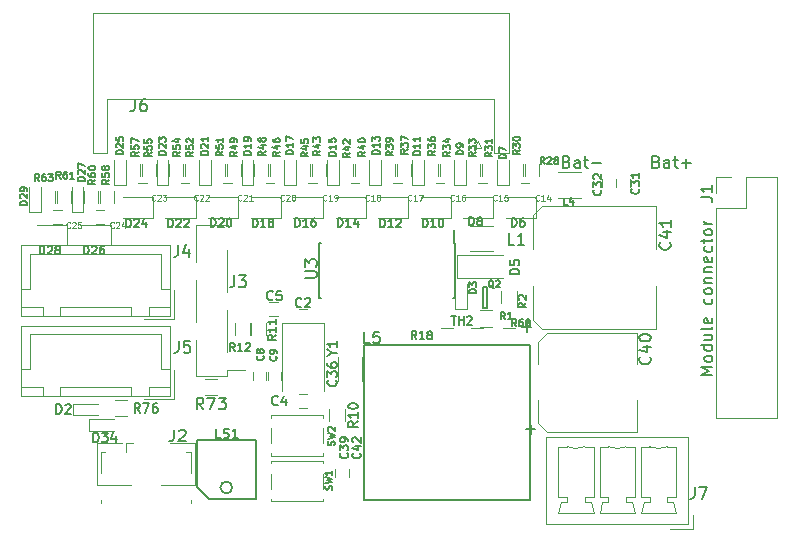
<source format=gto>
G04 #@! TF.FileFunction,Legend,Top*
%FSLAX46Y46*%
G04 Gerber Fmt 4.6, Leading zero omitted, Abs format (unit mm)*
G04 Created by KiCad (PCBNEW 4.0.7) date 02/25/18 23:04:30*
%MOMM*%
%LPD*%
G01*
G04 APERTURE LIST*
%ADD10C,0.100000*%
%ADD11C,0.200000*%
%ADD12C,0.120000*%
%ADD13C,0.150000*%
G04 APERTURE END LIST*
D10*
D11*
X186714286Y-56028571D02*
X186857143Y-56076190D01*
X186904762Y-56123810D01*
X186952381Y-56219048D01*
X186952381Y-56361905D01*
X186904762Y-56457143D01*
X186857143Y-56504762D01*
X186761905Y-56552381D01*
X186380952Y-56552381D01*
X186380952Y-55552381D01*
X186714286Y-55552381D01*
X186809524Y-55600000D01*
X186857143Y-55647619D01*
X186904762Y-55742857D01*
X186904762Y-55838095D01*
X186857143Y-55933333D01*
X186809524Y-55980952D01*
X186714286Y-56028571D01*
X186380952Y-56028571D01*
X187809524Y-56552381D02*
X187809524Y-56028571D01*
X187761905Y-55933333D01*
X187666667Y-55885714D01*
X187476190Y-55885714D01*
X187380952Y-55933333D01*
X187809524Y-56504762D02*
X187714286Y-56552381D01*
X187476190Y-56552381D01*
X187380952Y-56504762D01*
X187333333Y-56409524D01*
X187333333Y-56314286D01*
X187380952Y-56219048D01*
X187476190Y-56171429D01*
X187714286Y-56171429D01*
X187809524Y-56123810D01*
X188142857Y-55885714D02*
X188523809Y-55885714D01*
X188285714Y-55552381D02*
X188285714Y-56409524D01*
X188333333Y-56504762D01*
X188428571Y-56552381D01*
X188523809Y-56552381D01*
X188857143Y-56171429D02*
X189619048Y-56171429D01*
X194314286Y-56028571D02*
X194457143Y-56076190D01*
X194504762Y-56123810D01*
X194552381Y-56219048D01*
X194552381Y-56361905D01*
X194504762Y-56457143D01*
X194457143Y-56504762D01*
X194361905Y-56552381D01*
X193980952Y-56552381D01*
X193980952Y-55552381D01*
X194314286Y-55552381D01*
X194409524Y-55600000D01*
X194457143Y-55647619D01*
X194504762Y-55742857D01*
X194504762Y-55838095D01*
X194457143Y-55933333D01*
X194409524Y-55980952D01*
X194314286Y-56028571D01*
X193980952Y-56028571D01*
X195409524Y-56552381D02*
X195409524Y-56028571D01*
X195361905Y-55933333D01*
X195266667Y-55885714D01*
X195076190Y-55885714D01*
X194980952Y-55933333D01*
X195409524Y-56504762D02*
X195314286Y-56552381D01*
X195076190Y-56552381D01*
X194980952Y-56504762D01*
X194933333Y-56409524D01*
X194933333Y-56314286D01*
X194980952Y-56219048D01*
X195076190Y-56171429D01*
X195314286Y-56171429D01*
X195409524Y-56123810D01*
X195742857Y-55885714D02*
X196123809Y-55885714D01*
X195885714Y-55552381D02*
X195885714Y-56409524D01*
X195933333Y-56504762D01*
X196028571Y-56552381D01*
X196123809Y-56552381D01*
X196457143Y-56171429D02*
X197219048Y-56171429D01*
X196838096Y-56552381D02*
X196838096Y-55790476D01*
X199052381Y-74052382D02*
X198052381Y-74052382D01*
X198766667Y-73719048D01*
X198052381Y-73385715D01*
X199052381Y-73385715D01*
X199052381Y-72766668D02*
X199004762Y-72861906D01*
X198957143Y-72909525D01*
X198861905Y-72957144D01*
X198576190Y-72957144D01*
X198480952Y-72909525D01*
X198433333Y-72861906D01*
X198385714Y-72766668D01*
X198385714Y-72623810D01*
X198433333Y-72528572D01*
X198480952Y-72480953D01*
X198576190Y-72433334D01*
X198861905Y-72433334D01*
X198957143Y-72480953D01*
X199004762Y-72528572D01*
X199052381Y-72623810D01*
X199052381Y-72766668D01*
X199052381Y-71576191D02*
X198052381Y-71576191D01*
X199004762Y-71576191D02*
X199052381Y-71671429D01*
X199052381Y-71861906D01*
X199004762Y-71957144D01*
X198957143Y-72004763D01*
X198861905Y-72052382D01*
X198576190Y-72052382D01*
X198480952Y-72004763D01*
X198433333Y-71957144D01*
X198385714Y-71861906D01*
X198385714Y-71671429D01*
X198433333Y-71576191D01*
X198385714Y-70671429D02*
X199052381Y-70671429D01*
X198385714Y-71100001D02*
X198909524Y-71100001D01*
X199004762Y-71052382D01*
X199052381Y-70957144D01*
X199052381Y-70814286D01*
X199004762Y-70719048D01*
X198957143Y-70671429D01*
X199052381Y-70052382D02*
X199004762Y-70147620D01*
X198909524Y-70195239D01*
X198052381Y-70195239D01*
X199004762Y-69290476D02*
X199052381Y-69385714D01*
X199052381Y-69576191D01*
X199004762Y-69671429D01*
X198909524Y-69719048D01*
X198528571Y-69719048D01*
X198433333Y-69671429D01*
X198385714Y-69576191D01*
X198385714Y-69385714D01*
X198433333Y-69290476D01*
X198528571Y-69242857D01*
X198623810Y-69242857D01*
X198719048Y-69719048D01*
X199004762Y-67623809D02*
X199052381Y-67719047D01*
X199052381Y-67909524D01*
X199004762Y-68004762D01*
X198957143Y-68052381D01*
X198861905Y-68100000D01*
X198576190Y-68100000D01*
X198480952Y-68052381D01*
X198433333Y-68004762D01*
X198385714Y-67909524D01*
X198385714Y-67719047D01*
X198433333Y-67623809D01*
X199052381Y-67052381D02*
X199004762Y-67147619D01*
X198957143Y-67195238D01*
X198861905Y-67242857D01*
X198576190Y-67242857D01*
X198480952Y-67195238D01*
X198433333Y-67147619D01*
X198385714Y-67052381D01*
X198385714Y-66909523D01*
X198433333Y-66814285D01*
X198480952Y-66766666D01*
X198576190Y-66719047D01*
X198861905Y-66719047D01*
X198957143Y-66766666D01*
X199004762Y-66814285D01*
X199052381Y-66909523D01*
X199052381Y-67052381D01*
X198385714Y-66290476D02*
X199052381Y-66290476D01*
X198480952Y-66290476D02*
X198433333Y-66242857D01*
X198385714Y-66147619D01*
X198385714Y-66004761D01*
X198433333Y-65909523D01*
X198528571Y-65861904D01*
X199052381Y-65861904D01*
X198385714Y-65385714D02*
X199052381Y-65385714D01*
X198480952Y-65385714D02*
X198433333Y-65338095D01*
X198385714Y-65242857D01*
X198385714Y-65099999D01*
X198433333Y-65004761D01*
X198528571Y-64957142D01*
X199052381Y-64957142D01*
X199004762Y-64099999D02*
X199052381Y-64195237D01*
X199052381Y-64385714D01*
X199004762Y-64480952D01*
X198909524Y-64528571D01*
X198528571Y-64528571D01*
X198433333Y-64480952D01*
X198385714Y-64385714D01*
X198385714Y-64195237D01*
X198433333Y-64099999D01*
X198528571Y-64052380D01*
X198623810Y-64052380D01*
X198719048Y-64528571D01*
X199004762Y-63195237D02*
X199052381Y-63290475D01*
X199052381Y-63480952D01*
X199004762Y-63576190D01*
X198957143Y-63623809D01*
X198861905Y-63671428D01*
X198576190Y-63671428D01*
X198480952Y-63623809D01*
X198433333Y-63576190D01*
X198385714Y-63480952D01*
X198385714Y-63290475D01*
X198433333Y-63195237D01*
X198385714Y-62909523D02*
X198385714Y-62528571D01*
X198052381Y-62766666D02*
X198909524Y-62766666D01*
X199004762Y-62719047D01*
X199052381Y-62623809D01*
X199052381Y-62528571D01*
X199052381Y-62052380D02*
X199004762Y-62147618D01*
X198957143Y-62195237D01*
X198861905Y-62242856D01*
X198576190Y-62242856D01*
X198480952Y-62195237D01*
X198433333Y-62147618D01*
X198385714Y-62052380D01*
X198385714Y-61909522D01*
X198433333Y-61814284D01*
X198480952Y-61766665D01*
X198576190Y-61719046D01*
X198861905Y-61719046D01*
X198957143Y-61766665D01*
X199004762Y-61814284D01*
X199052381Y-61909522D01*
X199052381Y-62052380D01*
X199052381Y-61290475D02*
X198385714Y-61290475D01*
X198576190Y-61290475D02*
X198480952Y-61242856D01*
X198433333Y-61195237D01*
X198385714Y-61099999D01*
X198385714Y-61004760D01*
D12*
X164200000Y-43450000D02*
X181800000Y-43450000D01*
X181800000Y-43450000D02*
X181800000Y-55250000D01*
X181800000Y-55250000D02*
X180600000Y-55250000D01*
X180600000Y-55250000D02*
X180600000Y-50750000D01*
X180600000Y-50750000D02*
X164200000Y-50750000D01*
X164200000Y-43450000D02*
X146600000Y-43450000D01*
X146600000Y-43450000D02*
X146600000Y-55250000D01*
X146600000Y-55250000D02*
X147800000Y-55250000D01*
X147800000Y-55250000D02*
X147800000Y-50750000D01*
X147800000Y-50750000D02*
X164200000Y-50750000D01*
X179200000Y-54300000D02*
X179500000Y-54900000D01*
X179500000Y-54900000D02*
X178900000Y-54900000D01*
X178900000Y-54900000D02*
X179200000Y-54300000D01*
X164750000Y-69700000D02*
X164050000Y-69700000D01*
X164050000Y-68500000D02*
X164750000Y-68500000D01*
X164750000Y-76900000D02*
X164050000Y-76900000D01*
X164050000Y-75700000D02*
X164750000Y-75700000D01*
X161550000Y-67900000D02*
X162250000Y-67900000D01*
X162250000Y-69100000D02*
X161550000Y-69100000D01*
X161400000Y-73800000D02*
X161400000Y-74500000D01*
X160200000Y-74500000D02*
X160200000Y-73800000D01*
X162500000Y-73800000D02*
X162500000Y-74500000D01*
X161300000Y-74500000D02*
X161300000Y-73800000D01*
X182850000Y-57800000D02*
X183550000Y-57800000D01*
X183550000Y-59000000D02*
X182850000Y-59000000D01*
X179250000Y-57800000D02*
X179950000Y-57800000D01*
X179950000Y-59000000D02*
X179250000Y-59000000D01*
X175650000Y-57800000D02*
X176350000Y-57800000D01*
X176350000Y-59000000D02*
X175650000Y-59000000D01*
X172050000Y-57800000D02*
X172750000Y-57800000D01*
X172750000Y-59000000D02*
X172050000Y-59000000D01*
X168450000Y-57800000D02*
X169150000Y-57800000D01*
X169150000Y-59000000D02*
X168450000Y-59000000D01*
X164850000Y-57800000D02*
X165550000Y-57800000D01*
X165550000Y-59000000D02*
X164850000Y-59000000D01*
X161250000Y-57800000D02*
X161950000Y-57800000D01*
X161950000Y-59000000D02*
X161250000Y-59000000D01*
X157650000Y-57800000D02*
X158350000Y-57800000D01*
X158350000Y-59000000D02*
X157650000Y-59000000D01*
X154050000Y-57800000D02*
X154750000Y-57800000D01*
X154750000Y-59000000D02*
X154050000Y-59000000D01*
X150450000Y-57800000D02*
X151150000Y-57800000D01*
X151150000Y-59000000D02*
X150450000Y-59000000D01*
X146850000Y-60100000D02*
X147550000Y-60100000D01*
X147550000Y-61300000D02*
X146850000Y-61300000D01*
X143250000Y-60100000D02*
X143950000Y-60100000D01*
X143950000Y-61300000D02*
X143250000Y-61300000D01*
X190900000Y-58150000D02*
X190900000Y-57450000D01*
X192100000Y-57450000D02*
X192100000Y-58150000D01*
X189700000Y-58150000D02*
X189700000Y-57450000D01*
X190900000Y-57450000D02*
X190900000Y-58150000D01*
X169420000Y-74600000D02*
X169420000Y-72600000D01*
X167380000Y-72600000D02*
X167380000Y-74600000D01*
X167100000Y-82750000D02*
X167100000Y-82050000D01*
X168300000Y-82050000D02*
X168300000Y-82750000D01*
X192640000Y-78890000D02*
X192640000Y-76210000D01*
X192640000Y-70510000D02*
X192640000Y-73190000D01*
X184260000Y-71270000D02*
X184260000Y-73190000D01*
X184260000Y-78130000D02*
X184260000Y-76210000D01*
X192640000Y-78890000D02*
X185020000Y-78890000D01*
X185020000Y-78890000D02*
X184260000Y-78130000D01*
X184260000Y-71270000D02*
X185020000Y-70510000D01*
X185020000Y-70510000D02*
X192640000Y-70510000D01*
X183890000Y-60550000D02*
X183890000Y-63440000D01*
X183890000Y-69450000D02*
X183890000Y-66560000D01*
X194310000Y-70210000D02*
X194310000Y-66560000D01*
X194310000Y-59790000D02*
X194310000Y-63440000D01*
X194310000Y-70210000D02*
X184650000Y-70210000D01*
X184650000Y-70210000D02*
X183890000Y-69450000D01*
X183890000Y-60550000D02*
X184650000Y-59790000D01*
X184650000Y-59790000D02*
X194310000Y-59790000D01*
X169500000Y-82050000D02*
X169500000Y-82750000D01*
X168300000Y-82750000D02*
X168300000Y-82050000D01*
X144900000Y-76500000D02*
X144900000Y-77500000D01*
X144900000Y-77500000D02*
X147000000Y-77500000D01*
X144900000Y-76500000D02*
X147000000Y-76500000D01*
X177300000Y-68500000D02*
X178300000Y-68500000D01*
X178300000Y-68500000D02*
X178300000Y-66400000D01*
X177300000Y-68500000D02*
X177300000Y-66400000D01*
X177400000Y-63900000D02*
X177400000Y-65900000D01*
X177400000Y-65900000D02*
X181300000Y-65900000D01*
X177400000Y-63900000D02*
X181300000Y-63900000D01*
X184100000Y-60750000D02*
X184100000Y-59050000D01*
X184100000Y-59050000D02*
X181550000Y-59050000D01*
X184100000Y-60750000D02*
X181550000Y-60750000D01*
X180800000Y-58000000D02*
X181800000Y-58000000D01*
X181800000Y-58000000D02*
X181800000Y-55900000D01*
X180800000Y-58000000D02*
X180800000Y-55900000D01*
X180500000Y-60750000D02*
X180500000Y-59050000D01*
X180500000Y-59050000D02*
X177950000Y-59050000D01*
X180500000Y-60750000D02*
X177950000Y-60750000D01*
X177200000Y-58000000D02*
X178200000Y-58000000D01*
X178200000Y-58000000D02*
X178200000Y-55900000D01*
X177200000Y-58000000D02*
X177200000Y-55900000D01*
X176900000Y-60750000D02*
X176900000Y-59050000D01*
X176900000Y-59050000D02*
X174350000Y-59050000D01*
X176900000Y-60750000D02*
X174350000Y-60750000D01*
X173600000Y-58000000D02*
X174600000Y-58000000D01*
X174600000Y-58000000D02*
X174600000Y-55900000D01*
X173600000Y-58000000D02*
X173600000Y-55900000D01*
X173300000Y-60750000D02*
X173300000Y-59050000D01*
X173300000Y-59050000D02*
X170750000Y-59050000D01*
X173300000Y-60750000D02*
X170750000Y-60750000D01*
X170000000Y-58000000D02*
X171000000Y-58000000D01*
X171000000Y-58000000D02*
X171000000Y-55900000D01*
X170000000Y-58000000D02*
X170000000Y-55900000D01*
X169700000Y-60750000D02*
X169700000Y-59050000D01*
X169700000Y-59050000D02*
X167150000Y-59050000D01*
X169700000Y-60750000D02*
X167150000Y-60750000D01*
X166400000Y-58000000D02*
X167400000Y-58000000D01*
X167400000Y-58000000D02*
X167400000Y-55900000D01*
X166400000Y-58000000D02*
X166400000Y-55900000D01*
X166100000Y-60750000D02*
X166100000Y-59050000D01*
X166100000Y-59050000D02*
X163550000Y-59050000D01*
X166100000Y-60750000D02*
X163550000Y-60750000D01*
X162800000Y-58000000D02*
X163800000Y-58000000D01*
X163800000Y-58000000D02*
X163800000Y-55900000D01*
X162800000Y-58000000D02*
X162800000Y-55900000D01*
X162500000Y-60750000D02*
X162500000Y-59050000D01*
X162500000Y-59050000D02*
X159950000Y-59050000D01*
X162500000Y-60750000D02*
X159950000Y-60750000D01*
X159200000Y-58000000D02*
X160200000Y-58000000D01*
X160200000Y-58000000D02*
X160200000Y-55900000D01*
X159200000Y-58000000D02*
X159200000Y-55900000D01*
X158900000Y-60750000D02*
X158900000Y-59050000D01*
X158900000Y-59050000D02*
X156350000Y-59050000D01*
X158900000Y-60750000D02*
X156350000Y-60750000D01*
X155600000Y-58000000D02*
X156600000Y-58000000D01*
X156600000Y-58000000D02*
X156600000Y-55900000D01*
X155600000Y-58000000D02*
X155600000Y-55900000D01*
X155300000Y-60750000D02*
X155300000Y-59050000D01*
X155300000Y-59050000D02*
X152750000Y-59050000D01*
X155300000Y-60750000D02*
X152750000Y-60750000D01*
X152000000Y-58000000D02*
X153000000Y-58000000D01*
X153000000Y-58000000D02*
X153000000Y-55900000D01*
X152000000Y-58000000D02*
X152000000Y-55900000D01*
X151700000Y-60750000D02*
X151700000Y-59050000D01*
X151700000Y-59050000D02*
X149150000Y-59050000D01*
X151700000Y-60750000D02*
X149150000Y-60750000D01*
X148400000Y-58000000D02*
X149400000Y-58000000D01*
X149400000Y-58000000D02*
X149400000Y-55900000D01*
X148400000Y-58000000D02*
X148400000Y-55900000D01*
X148100000Y-63050000D02*
X148100000Y-61350000D01*
X148100000Y-61350000D02*
X145550000Y-61350000D01*
X148100000Y-63050000D02*
X145550000Y-63050000D01*
X144800000Y-60300000D02*
X145800000Y-60300000D01*
X145800000Y-60300000D02*
X145800000Y-58200000D01*
X144800000Y-60300000D02*
X144800000Y-58200000D01*
X144450000Y-63050000D02*
X144450000Y-61350000D01*
X144450000Y-61350000D02*
X141900000Y-61350000D01*
X144450000Y-63050000D02*
X141900000Y-63050000D01*
X141200000Y-60300000D02*
X142200000Y-60300000D01*
X142200000Y-60300000D02*
X142200000Y-58200000D01*
X141200000Y-60300000D02*
X141200000Y-58200000D01*
X154910000Y-80590000D02*
X154530000Y-80590000D01*
X154910000Y-84640000D02*
X154910000Y-84900000D01*
X154910000Y-80590000D02*
X154910000Y-82360000D01*
X147290000Y-80590000D02*
X147670000Y-80590000D01*
X147290000Y-82360000D02*
X147290000Y-80590000D01*
X147290000Y-84900000D02*
X147290000Y-84640000D01*
X153150000Y-69050000D02*
X153150000Y-63100000D01*
X153150000Y-63100000D02*
X140550000Y-63100000D01*
X140550000Y-63100000D02*
X140550000Y-69050000D01*
X140550000Y-69050000D02*
X153150000Y-69050000D01*
X149850000Y-69050000D02*
X149850000Y-68300000D01*
X149850000Y-68300000D02*
X143850000Y-68300000D01*
X143850000Y-68300000D02*
X143850000Y-69050000D01*
X143850000Y-69050000D02*
X149850000Y-69050000D01*
X153150000Y-69050000D02*
X153150000Y-68300000D01*
X153150000Y-68300000D02*
X151350000Y-68300000D01*
X151350000Y-68300000D02*
X151350000Y-69050000D01*
X151350000Y-69050000D02*
X153150000Y-69050000D01*
X142350000Y-69050000D02*
X142350000Y-68300000D01*
X142350000Y-68300000D02*
X140550000Y-68300000D01*
X140550000Y-68300000D02*
X140550000Y-69050000D01*
X140550000Y-69050000D02*
X142350000Y-69050000D01*
X153150000Y-66800000D02*
X152400000Y-66800000D01*
X152400000Y-66800000D02*
X152400000Y-63850000D01*
X152400000Y-63850000D02*
X146850000Y-63850000D01*
X140550000Y-66800000D02*
X141300000Y-66800000D01*
X141300000Y-66800000D02*
X141300000Y-63850000D01*
X141300000Y-63850000D02*
X146850000Y-63850000D01*
X150950000Y-69350000D02*
X153450000Y-69350000D01*
X153450000Y-69350000D02*
X153450000Y-66850000D01*
X153150000Y-75850000D02*
X153150000Y-69900000D01*
X153150000Y-69900000D02*
X140550000Y-69900000D01*
X140550000Y-69900000D02*
X140550000Y-75850000D01*
X140550000Y-75850000D02*
X153150000Y-75850000D01*
X149850000Y-75850000D02*
X149850000Y-75100000D01*
X149850000Y-75100000D02*
X143850000Y-75100000D01*
X143850000Y-75100000D02*
X143850000Y-75850000D01*
X143850000Y-75850000D02*
X149850000Y-75850000D01*
X153150000Y-75850000D02*
X153150000Y-75100000D01*
X153150000Y-75100000D02*
X151350000Y-75100000D01*
X151350000Y-75100000D02*
X151350000Y-75850000D01*
X151350000Y-75850000D02*
X153150000Y-75850000D01*
X142350000Y-75850000D02*
X142350000Y-75100000D01*
X142350000Y-75100000D02*
X140550000Y-75100000D01*
X140550000Y-75100000D02*
X140550000Y-75850000D01*
X140550000Y-75850000D02*
X142350000Y-75850000D01*
X153150000Y-73600000D02*
X152400000Y-73600000D01*
X152400000Y-73600000D02*
X152400000Y-70650000D01*
X152400000Y-70650000D02*
X146850000Y-70650000D01*
X140550000Y-73600000D02*
X141300000Y-73600000D01*
X141300000Y-73600000D02*
X141300000Y-70650000D01*
X141300000Y-70650000D02*
X146850000Y-70650000D01*
X150950000Y-76150000D02*
X153450000Y-76150000D01*
X153450000Y-76150000D02*
X153450000Y-73650000D01*
X178500000Y-61430000D02*
X180500000Y-61430000D01*
X180500000Y-63570000D02*
X178500000Y-63570000D01*
X187950000Y-59070000D02*
X185950000Y-59070000D01*
X185950000Y-56930000D02*
X187950000Y-56930000D01*
D13*
X158400000Y-83600000D02*
G75*
G03X158400000Y-83600000I-500000J0D01*
G01*
X155400000Y-83600000D02*
X156400000Y-84600000D01*
X160400000Y-84600000D02*
X156400000Y-84600000D01*
X160400000Y-79600000D02*
X155400000Y-79600000D01*
X160400000Y-84600000D02*
X160400000Y-79600000D01*
X155400000Y-83600000D02*
X155400000Y-79600000D01*
X180000000Y-68450000D02*
X180000000Y-66650000D01*
X180000000Y-66650000D02*
X179600000Y-66650000D01*
X179600000Y-66650000D02*
X179600000Y-68450000D01*
X179600000Y-68450000D02*
X180000000Y-68450000D01*
D12*
X180400000Y-69980000D02*
X179400000Y-69980000D01*
X179400000Y-68620000D02*
X180400000Y-68620000D01*
X181120000Y-68000000D02*
X181120000Y-67000000D01*
X182480000Y-67000000D02*
X182480000Y-68000000D01*
X167980000Y-77000000D02*
X167980000Y-78000000D01*
X166620000Y-78000000D02*
X166620000Y-77000000D01*
X161230000Y-69700000D02*
X161230000Y-70700000D01*
X159870000Y-70700000D02*
X159870000Y-69700000D01*
X159980000Y-69700000D02*
X159980000Y-70700000D01*
X158620000Y-70700000D02*
X158620000Y-69700000D01*
X176100000Y-70070000D02*
X177100000Y-70070000D01*
X177100000Y-71430000D02*
X176100000Y-71430000D01*
X183020000Y-57200000D02*
X183020000Y-56200000D01*
X184380000Y-56200000D02*
X184380000Y-57200000D01*
X181820000Y-57200000D02*
X181820000Y-56200000D01*
X183180000Y-56200000D02*
X183180000Y-57200000D01*
X179420000Y-57200000D02*
X179420000Y-56200000D01*
X180780000Y-56200000D02*
X180780000Y-57200000D01*
X178220000Y-57200000D02*
X178220000Y-56200000D01*
X179580000Y-56200000D02*
X179580000Y-57200000D01*
X175820000Y-57200000D02*
X175820000Y-56200000D01*
X177180000Y-56200000D02*
X177180000Y-57200000D01*
X174620000Y-57200000D02*
X174620000Y-56200000D01*
X175980000Y-56200000D02*
X175980000Y-57200000D01*
X172220000Y-57200000D02*
X172220000Y-56200000D01*
X173580000Y-56200000D02*
X173580000Y-57200000D01*
X171020000Y-57200000D02*
X171020000Y-56200000D01*
X172380000Y-56200000D02*
X172380000Y-57200000D01*
X168620000Y-57200000D02*
X168620000Y-56200000D01*
X169980000Y-56200000D02*
X169980000Y-57200000D01*
X167420000Y-57200000D02*
X167420000Y-56200000D01*
X168780000Y-56200000D02*
X168780000Y-57200000D01*
X165020000Y-57200000D02*
X165020000Y-56200000D01*
X166380000Y-56200000D02*
X166380000Y-57200000D01*
X163820000Y-57200000D02*
X163820000Y-56200000D01*
X165180000Y-56200000D02*
X165180000Y-57200000D01*
X161420000Y-57200000D02*
X161420000Y-56200000D01*
X162780000Y-56200000D02*
X162780000Y-57200000D01*
X160220000Y-57200000D02*
X160220000Y-56200000D01*
X161580000Y-56200000D02*
X161580000Y-57200000D01*
X157820000Y-57200000D02*
X157820000Y-56200000D01*
X159180000Y-56200000D02*
X159180000Y-57200000D01*
X156620000Y-57200000D02*
X156620000Y-56200000D01*
X157980000Y-56200000D02*
X157980000Y-57200000D01*
X154220000Y-57200000D02*
X154220000Y-56200000D01*
X155580000Y-56200000D02*
X155580000Y-57200000D01*
X153020000Y-57200000D02*
X153020000Y-56200000D01*
X154380000Y-56200000D02*
X154380000Y-57200000D01*
X150620000Y-57200000D02*
X150620000Y-56200000D01*
X151980000Y-56200000D02*
X151980000Y-57200000D01*
X149420000Y-57200000D02*
X149420000Y-56200000D01*
X150780000Y-56200000D02*
X150780000Y-57200000D01*
X147020000Y-59500000D02*
X147020000Y-58500000D01*
X148380000Y-58500000D02*
X148380000Y-59500000D01*
X145820000Y-59500000D02*
X145820000Y-58500000D01*
X147180000Y-58500000D02*
X147180000Y-59500000D01*
X143420000Y-59500000D02*
X143420000Y-58500000D01*
X144780000Y-58500000D02*
X144780000Y-59500000D01*
X142220000Y-59500000D02*
X142220000Y-58500000D01*
X143580000Y-58500000D02*
X143580000Y-59500000D01*
X181350000Y-70070000D02*
X182350000Y-70070000D01*
X182350000Y-71430000D02*
X181350000Y-71430000D01*
X178650000Y-70070000D02*
X179650000Y-70070000D01*
X179650000Y-71430000D02*
X178650000Y-71430000D01*
D13*
X177225000Y-62875000D02*
X177200000Y-62875000D01*
X177225000Y-67525000D02*
X177117500Y-67525000D01*
X165775000Y-67525000D02*
X165882500Y-67525000D01*
X165775000Y-62875000D02*
X165882500Y-62875000D01*
X177225000Y-62875000D02*
X177225000Y-67525000D01*
X165775000Y-62875000D02*
X165775000Y-67525000D01*
X177200000Y-62875000D02*
X177200000Y-61800000D01*
D12*
X166200000Y-75400000D02*
X166200000Y-69650000D01*
X166200000Y-69650000D02*
X162600000Y-69650000D01*
X162600000Y-69650000D02*
X162600000Y-75400000D01*
X157975000Y-74190000D02*
X155315000Y-74190000D01*
X157975000Y-61370000D02*
X155315000Y-61370000D01*
X155315000Y-74190000D02*
X155315000Y-71080000D01*
X157975000Y-73620000D02*
X159495000Y-73620000D01*
X157975000Y-74190000D02*
X157975000Y-73620000D01*
X155315000Y-61940000D02*
X155315000Y-61370000D01*
X155315000Y-69560000D02*
X155315000Y-66000000D01*
X155315000Y-64480000D02*
X155315000Y-61370000D01*
X157975000Y-72100000D02*
X157975000Y-68540000D01*
X157975000Y-67020000D02*
X157975000Y-63460000D01*
X193750353Y-80150155D02*
G75*
G03X195250000Y-80150000I749647J1700155D01*
G01*
X190250353Y-80150155D02*
G75*
G03X191750000Y-80150000I749647J1700155D01*
G01*
X186750353Y-80150155D02*
G75*
G03X188250000Y-80150000I749647J1700155D01*
G01*
X197030000Y-86730000D02*
X197030000Y-79320000D01*
X197030000Y-79320000D02*
X184970000Y-79320000D01*
X184970000Y-79320000D02*
X184970000Y-86730000D01*
X184970000Y-86730000D02*
X197030000Y-86730000D01*
X195250000Y-80150000D02*
X196000000Y-80150000D01*
X196000000Y-80150000D02*
X196000000Y-84450000D01*
X196000000Y-84450000D02*
X195250000Y-84450000D01*
X195250000Y-84450000D02*
X195250000Y-84800000D01*
X195250000Y-84800000D02*
X195750000Y-84800000D01*
X195750000Y-84800000D02*
X196000000Y-85800000D01*
X196000000Y-85800000D02*
X193000000Y-85800000D01*
X193000000Y-85800000D02*
X193250000Y-84800000D01*
X193250000Y-84800000D02*
X193750000Y-84800000D01*
X193750000Y-84800000D02*
X193750000Y-84450000D01*
X193750000Y-84450000D02*
X193000000Y-84450000D01*
X193000000Y-84450000D02*
X193000000Y-80150000D01*
X193000000Y-80150000D02*
X193750000Y-80150000D01*
X191750000Y-80150000D02*
X192500000Y-80150000D01*
X192500000Y-80150000D02*
X192500000Y-84450000D01*
X192500000Y-84450000D02*
X191750000Y-84450000D01*
X191750000Y-84450000D02*
X191750000Y-84800000D01*
X191750000Y-84800000D02*
X192250000Y-84800000D01*
X192250000Y-84800000D02*
X192500000Y-85800000D01*
X192500000Y-85800000D02*
X189500000Y-85800000D01*
X189500000Y-85800000D02*
X189750000Y-84800000D01*
X189750000Y-84800000D02*
X190250000Y-84800000D01*
X190250000Y-84800000D02*
X190250000Y-84450000D01*
X190250000Y-84450000D02*
X189500000Y-84450000D01*
X189500000Y-84450000D02*
X189500000Y-80150000D01*
X189500000Y-80150000D02*
X190250000Y-80150000D01*
X188250000Y-80150000D02*
X189000000Y-80150000D01*
X189000000Y-80150000D02*
X189000000Y-84450000D01*
X189000000Y-84450000D02*
X188250000Y-84450000D01*
X188250000Y-84450000D02*
X188250000Y-84800000D01*
X188250000Y-84800000D02*
X188750000Y-84800000D01*
X188750000Y-84800000D02*
X189000000Y-85800000D01*
X189000000Y-85800000D02*
X186000000Y-85800000D01*
X186000000Y-85800000D02*
X186250000Y-84800000D01*
X186250000Y-84800000D02*
X186750000Y-84800000D01*
X186750000Y-84800000D02*
X186750000Y-84450000D01*
X186750000Y-84450000D02*
X186000000Y-84450000D01*
X186000000Y-84450000D02*
X186000000Y-80150000D01*
X186000000Y-80150000D02*
X186750000Y-80150000D01*
X197450000Y-85900000D02*
X197450000Y-87150000D01*
X197450000Y-87150000D02*
X195450000Y-87150000D01*
X156100000Y-74420000D02*
X157100000Y-74420000D01*
X157100000Y-75780000D02*
X156100000Y-75780000D01*
X149400000Y-80625000D02*
X149400000Y-79875000D01*
X149400000Y-79875000D02*
X150000000Y-79875000D01*
X149100000Y-79875000D02*
X146950000Y-79875000D01*
X155250000Y-79875000D02*
X155250000Y-83425000D01*
X146950000Y-83425000D02*
X149850000Y-83425000D01*
X146950000Y-79875000D02*
X146950000Y-83425000D01*
X155250000Y-83425000D02*
X152350000Y-83425000D01*
X153100000Y-79875000D02*
X155250000Y-79875000D01*
X166100000Y-81575000D02*
X166100000Y-81375000D01*
X166100000Y-83725000D02*
X166100000Y-82425000D01*
X166100000Y-84775000D02*
X166100000Y-84575000D01*
X161700000Y-84775000D02*
X166100000Y-84775000D01*
X161700000Y-84575000D02*
X161700000Y-84775000D01*
X161700000Y-82425000D02*
X161700000Y-83725000D01*
X161700000Y-81375000D02*
X161700000Y-81575000D01*
X166100000Y-81375000D02*
X161700000Y-81375000D01*
X166100000Y-77700000D02*
X166100000Y-77500000D01*
X166100000Y-79850000D02*
X166100000Y-78550000D01*
X166100000Y-80900000D02*
X166100000Y-80700000D01*
X161700000Y-80900000D02*
X166100000Y-80900000D01*
X161700000Y-80700000D02*
X161700000Y-80900000D01*
X161700000Y-78550000D02*
X161700000Y-79850000D01*
X161700000Y-77500000D02*
X161700000Y-77700000D01*
X166100000Y-77500000D02*
X161700000Y-77500000D01*
D13*
X183650000Y-71550000D02*
X183650000Y-84650000D01*
X169550000Y-71550000D02*
X183650000Y-71550000D01*
X169550000Y-84650000D02*
X169550000Y-71550000D01*
X183650000Y-84650000D02*
X169550000Y-84650000D01*
D12*
X146300000Y-77800000D02*
X146300000Y-78800000D01*
X146300000Y-78800000D02*
X148400000Y-78800000D01*
X146300000Y-77800000D02*
X148400000Y-77800000D01*
X149500000Y-77580000D02*
X148500000Y-77580000D01*
X148500000Y-76220000D02*
X149500000Y-76220000D01*
X199330000Y-77750000D02*
X204530000Y-77750000D01*
X199330000Y-59910000D02*
X199330000Y-77750000D01*
X204530000Y-57310000D02*
X204530000Y-77750000D01*
X199330000Y-59910000D02*
X201930000Y-59910000D01*
X201930000Y-59910000D02*
X201930000Y-57310000D01*
X201930000Y-57310000D02*
X204530000Y-57310000D01*
X199330000Y-58640000D02*
X199330000Y-57310000D01*
X199330000Y-57310000D02*
X200660000Y-57310000D01*
D13*
X150166667Y-50752381D02*
X150166667Y-51466667D01*
X150119047Y-51609524D01*
X150023809Y-51704762D01*
X149880952Y-51752381D01*
X149785714Y-51752381D01*
X151071429Y-50752381D02*
X150880952Y-50752381D01*
X150785714Y-50800000D01*
X150738095Y-50847619D01*
X150642857Y-50990476D01*
X150595238Y-51180952D01*
X150595238Y-51561905D01*
X150642857Y-51657143D01*
X150690476Y-51704762D01*
X150785714Y-51752381D01*
X150976191Y-51752381D01*
X151071429Y-51704762D01*
X151119048Y-51657143D01*
X151166667Y-51561905D01*
X151166667Y-51323810D01*
X151119048Y-51228571D01*
X151071429Y-51180952D01*
X150976191Y-51133333D01*
X150785714Y-51133333D01*
X150690476Y-51180952D01*
X150642857Y-51228571D01*
X150595238Y-51323810D01*
X164266667Y-68285714D02*
X164228572Y-68323810D01*
X164114286Y-68361905D01*
X164038096Y-68361905D01*
X163923810Y-68323810D01*
X163847619Y-68247619D01*
X163809524Y-68171429D01*
X163771429Y-68019048D01*
X163771429Y-67904762D01*
X163809524Y-67752381D01*
X163847619Y-67676190D01*
X163923810Y-67600000D01*
X164038096Y-67561905D01*
X164114286Y-67561905D01*
X164228572Y-67600000D01*
X164266667Y-67638095D01*
X164571429Y-67638095D02*
X164609524Y-67600000D01*
X164685715Y-67561905D01*
X164876191Y-67561905D01*
X164952381Y-67600000D01*
X164990477Y-67638095D01*
X165028572Y-67714286D01*
X165028572Y-67790476D01*
X164990477Y-67904762D01*
X164533334Y-68361905D01*
X165028572Y-68361905D01*
X162266667Y-76585714D02*
X162228572Y-76623810D01*
X162114286Y-76661905D01*
X162038096Y-76661905D01*
X161923810Y-76623810D01*
X161847619Y-76547619D01*
X161809524Y-76471429D01*
X161771429Y-76319048D01*
X161771429Y-76204762D01*
X161809524Y-76052381D01*
X161847619Y-75976190D01*
X161923810Y-75900000D01*
X162038096Y-75861905D01*
X162114286Y-75861905D01*
X162228572Y-75900000D01*
X162266667Y-75938095D01*
X162952381Y-76128571D02*
X162952381Y-76661905D01*
X162761905Y-75823810D02*
X162571429Y-76395238D01*
X163066667Y-76395238D01*
X161816667Y-67685714D02*
X161778572Y-67723810D01*
X161664286Y-67761905D01*
X161588096Y-67761905D01*
X161473810Y-67723810D01*
X161397619Y-67647619D01*
X161359524Y-67571429D01*
X161321429Y-67419048D01*
X161321429Y-67304762D01*
X161359524Y-67152381D01*
X161397619Y-67076190D01*
X161473810Y-67000000D01*
X161588096Y-66961905D01*
X161664286Y-66961905D01*
X161778572Y-67000000D01*
X161816667Y-67038095D01*
X162540477Y-66961905D02*
X162159524Y-66961905D01*
X162121429Y-67342857D01*
X162159524Y-67304762D01*
X162235715Y-67266667D01*
X162426191Y-67266667D01*
X162502381Y-67304762D01*
X162540477Y-67342857D01*
X162578572Y-67419048D01*
X162578572Y-67609524D01*
X162540477Y-67685714D01*
X162502381Y-67723810D01*
X162426191Y-67761905D01*
X162235715Y-67761905D01*
X162159524Y-67723810D01*
X162121429Y-67685714D01*
X161014286Y-72450000D02*
X161042857Y-72478571D01*
X161071429Y-72564285D01*
X161071429Y-72621428D01*
X161042857Y-72707143D01*
X160985714Y-72764285D01*
X160928571Y-72792857D01*
X160814286Y-72821428D01*
X160728571Y-72821428D01*
X160614286Y-72792857D01*
X160557143Y-72764285D01*
X160500000Y-72707143D01*
X160471429Y-72621428D01*
X160471429Y-72564285D01*
X160500000Y-72478571D01*
X160528571Y-72450000D01*
X160728571Y-72107143D02*
X160700000Y-72164285D01*
X160671429Y-72192857D01*
X160614286Y-72221428D01*
X160585714Y-72221428D01*
X160528571Y-72192857D01*
X160500000Y-72164285D01*
X160471429Y-72107143D01*
X160471429Y-71992857D01*
X160500000Y-71935714D01*
X160528571Y-71907143D01*
X160585714Y-71878571D01*
X160614286Y-71878571D01*
X160671429Y-71907143D01*
X160700000Y-71935714D01*
X160728571Y-71992857D01*
X160728571Y-72107143D01*
X160757143Y-72164285D01*
X160785714Y-72192857D01*
X160842857Y-72221428D01*
X160957143Y-72221428D01*
X161014286Y-72192857D01*
X161042857Y-72164285D01*
X161071429Y-72107143D01*
X161071429Y-71992857D01*
X161042857Y-71935714D01*
X161014286Y-71907143D01*
X160957143Y-71878571D01*
X160842857Y-71878571D01*
X160785714Y-71907143D01*
X160757143Y-71935714D01*
X160728571Y-71992857D01*
X162114286Y-72500000D02*
X162142857Y-72528571D01*
X162171429Y-72614285D01*
X162171429Y-72671428D01*
X162142857Y-72757143D01*
X162085714Y-72814285D01*
X162028571Y-72842857D01*
X161914286Y-72871428D01*
X161828571Y-72871428D01*
X161714286Y-72842857D01*
X161657143Y-72814285D01*
X161600000Y-72757143D01*
X161571429Y-72671428D01*
X161571429Y-72614285D01*
X161600000Y-72528571D01*
X161628571Y-72500000D01*
X162171429Y-72214285D02*
X162171429Y-72100000D01*
X162142857Y-72042857D01*
X162114286Y-72014285D01*
X162028571Y-71957143D01*
X161914286Y-71928571D01*
X161685714Y-71928571D01*
X161628571Y-71957143D01*
X161600000Y-71985714D01*
X161571429Y-72042857D01*
X161571429Y-72157143D01*
X161600000Y-72214285D01*
X161628571Y-72242857D01*
X161685714Y-72271428D01*
X161828571Y-72271428D01*
X161885714Y-72242857D01*
X161914286Y-72214285D01*
X161942857Y-72157143D01*
X161942857Y-72042857D01*
X161914286Y-71985714D01*
X161885714Y-71957143D01*
X161828571Y-71928571D01*
D10*
X184378572Y-59278571D02*
X184354762Y-59302381D01*
X184283334Y-59326190D01*
X184235715Y-59326190D01*
X184164286Y-59302381D01*
X184116667Y-59254762D01*
X184092858Y-59207143D01*
X184069048Y-59111905D01*
X184069048Y-59040476D01*
X184092858Y-58945238D01*
X184116667Y-58897619D01*
X184164286Y-58850000D01*
X184235715Y-58826190D01*
X184283334Y-58826190D01*
X184354762Y-58850000D01*
X184378572Y-58873810D01*
X184854762Y-59326190D02*
X184569048Y-59326190D01*
X184711905Y-59326190D02*
X184711905Y-58826190D01*
X184664286Y-58897619D01*
X184616667Y-58945238D01*
X184569048Y-58969048D01*
X185283333Y-58992857D02*
X185283333Y-59326190D01*
X185164286Y-58802381D02*
X185045238Y-59159524D01*
X185354762Y-59159524D01*
X180778572Y-59278571D02*
X180754762Y-59302381D01*
X180683334Y-59326190D01*
X180635715Y-59326190D01*
X180564286Y-59302381D01*
X180516667Y-59254762D01*
X180492858Y-59207143D01*
X180469048Y-59111905D01*
X180469048Y-59040476D01*
X180492858Y-58945238D01*
X180516667Y-58897619D01*
X180564286Y-58850000D01*
X180635715Y-58826190D01*
X180683334Y-58826190D01*
X180754762Y-58850000D01*
X180778572Y-58873810D01*
X181254762Y-59326190D02*
X180969048Y-59326190D01*
X181111905Y-59326190D02*
X181111905Y-58826190D01*
X181064286Y-58897619D01*
X181016667Y-58945238D01*
X180969048Y-58969048D01*
X181707143Y-58826190D02*
X181469048Y-58826190D01*
X181445238Y-59064286D01*
X181469048Y-59040476D01*
X181516667Y-59016667D01*
X181635714Y-59016667D01*
X181683333Y-59040476D01*
X181707143Y-59064286D01*
X181730952Y-59111905D01*
X181730952Y-59230952D01*
X181707143Y-59278571D01*
X181683333Y-59302381D01*
X181635714Y-59326190D01*
X181516667Y-59326190D01*
X181469048Y-59302381D01*
X181445238Y-59278571D01*
X177178572Y-59278571D02*
X177154762Y-59302381D01*
X177083334Y-59326190D01*
X177035715Y-59326190D01*
X176964286Y-59302381D01*
X176916667Y-59254762D01*
X176892858Y-59207143D01*
X176869048Y-59111905D01*
X176869048Y-59040476D01*
X176892858Y-58945238D01*
X176916667Y-58897619D01*
X176964286Y-58850000D01*
X177035715Y-58826190D01*
X177083334Y-58826190D01*
X177154762Y-58850000D01*
X177178572Y-58873810D01*
X177654762Y-59326190D02*
X177369048Y-59326190D01*
X177511905Y-59326190D02*
X177511905Y-58826190D01*
X177464286Y-58897619D01*
X177416667Y-58945238D01*
X177369048Y-58969048D01*
X178083333Y-58826190D02*
X177988095Y-58826190D01*
X177940476Y-58850000D01*
X177916667Y-58873810D01*
X177869048Y-58945238D01*
X177845238Y-59040476D01*
X177845238Y-59230952D01*
X177869048Y-59278571D01*
X177892857Y-59302381D01*
X177940476Y-59326190D01*
X178035714Y-59326190D01*
X178083333Y-59302381D01*
X178107143Y-59278571D01*
X178130952Y-59230952D01*
X178130952Y-59111905D01*
X178107143Y-59064286D01*
X178083333Y-59040476D01*
X178035714Y-59016667D01*
X177940476Y-59016667D01*
X177892857Y-59040476D01*
X177869048Y-59064286D01*
X177845238Y-59111905D01*
X173578572Y-59278571D02*
X173554762Y-59302381D01*
X173483334Y-59326190D01*
X173435715Y-59326190D01*
X173364286Y-59302381D01*
X173316667Y-59254762D01*
X173292858Y-59207143D01*
X173269048Y-59111905D01*
X173269048Y-59040476D01*
X173292858Y-58945238D01*
X173316667Y-58897619D01*
X173364286Y-58850000D01*
X173435715Y-58826190D01*
X173483334Y-58826190D01*
X173554762Y-58850000D01*
X173578572Y-58873810D01*
X174054762Y-59326190D02*
X173769048Y-59326190D01*
X173911905Y-59326190D02*
X173911905Y-58826190D01*
X173864286Y-58897619D01*
X173816667Y-58945238D01*
X173769048Y-58969048D01*
X174221429Y-58826190D02*
X174554762Y-58826190D01*
X174340476Y-59326190D01*
X169978572Y-59278571D02*
X169954762Y-59302381D01*
X169883334Y-59326190D01*
X169835715Y-59326190D01*
X169764286Y-59302381D01*
X169716667Y-59254762D01*
X169692858Y-59207143D01*
X169669048Y-59111905D01*
X169669048Y-59040476D01*
X169692858Y-58945238D01*
X169716667Y-58897619D01*
X169764286Y-58850000D01*
X169835715Y-58826190D01*
X169883334Y-58826190D01*
X169954762Y-58850000D01*
X169978572Y-58873810D01*
X170454762Y-59326190D02*
X170169048Y-59326190D01*
X170311905Y-59326190D02*
X170311905Y-58826190D01*
X170264286Y-58897619D01*
X170216667Y-58945238D01*
X170169048Y-58969048D01*
X170740476Y-59040476D02*
X170692857Y-59016667D01*
X170669048Y-58992857D01*
X170645238Y-58945238D01*
X170645238Y-58921429D01*
X170669048Y-58873810D01*
X170692857Y-58850000D01*
X170740476Y-58826190D01*
X170835714Y-58826190D01*
X170883333Y-58850000D01*
X170907143Y-58873810D01*
X170930952Y-58921429D01*
X170930952Y-58945238D01*
X170907143Y-58992857D01*
X170883333Y-59016667D01*
X170835714Y-59040476D01*
X170740476Y-59040476D01*
X170692857Y-59064286D01*
X170669048Y-59088095D01*
X170645238Y-59135714D01*
X170645238Y-59230952D01*
X170669048Y-59278571D01*
X170692857Y-59302381D01*
X170740476Y-59326190D01*
X170835714Y-59326190D01*
X170883333Y-59302381D01*
X170907143Y-59278571D01*
X170930952Y-59230952D01*
X170930952Y-59135714D01*
X170907143Y-59088095D01*
X170883333Y-59064286D01*
X170835714Y-59040476D01*
X166378572Y-59278571D02*
X166354762Y-59302381D01*
X166283334Y-59326190D01*
X166235715Y-59326190D01*
X166164286Y-59302381D01*
X166116667Y-59254762D01*
X166092858Y-59207143D01*
X166069048Y-59111905D01*
X166069048Y-59040476D01*
X166092858Y-58945238D01*
X166116667Y-58897619D01*
X166164286Y-58850000D01*
X166235715Y-58826190D01*
X166283334Y-58826190D01*
X166354762Y-58850000D01*
X166378572Y-58873810D01*
X166854762Y-59326190D02*
X166569048Y-59326190D01*
X166711905Y-59326190D02*
X166711905Y-58826190D01*
X166664286Y-58897619D01*
X166616667Y-58945238D01*
X166569048Y-58969048D01*
X167092857Y-59326190D02*
X167188095Y-59326190D01*
X167235714Y-59302381D01*
X167259524Y-59278571D01*
X167307143Y-59207143D01*
X167330952Y-59111905D01*
X167330952Y-58921429D01*
X167307143Y-58873810D01*
X167283333Y-58850000D01*
X167235714Y-58826190D01*
X167140476Y-58826190D01*
X167092857Y-58850000D01*
X167069048Y-58873810D01*
X167045238Y-58921429D01*
X167045238Y-59040476D01*
X167069048Y-59088095D01*
X167092857Y-59111905D01*
X167140476Y-59135714D01*
X167235714Y-59135714D01*
X167283333Y-59111905D01*
X167307143Y-59088095D01*
X167330952Y-59040476D01*
X162778572Y-59278571D02*
X162754762Y-59302381D01*
X162683334Y-59326190D01*
X162635715Y-59326190D01*
X162564286Y-59302381D01*
X162516667Y-59254762D01*
X162492858Y-59207143D01*
X162469048Y-59111905D01*
X162469048Y-59040476D01*
X162492858Y-58945238D01*
X162516667Y-58897619D01*
X162564286Y-58850000D01*
X162635715Y-58826190D01*
X162683334Y-58826190D01*
X162754762Y-58850000D01*
X162778572Y-58873810D01*
X162969048Y-58873810D02*
X162992858Y-58850000D01*
X163040477Y-58826190D01*
X163159524Y-58826190D01*
X163207143Y-58850000D01*
X163230953Y-58873810D01*
X163254762Y-58921429D01*
X163254762Y-58969048D01*
X163230953Y-59040476D01*
X162945239Y-59326190D01*
X163254762Y-59326190D01*
X163564286Y-58826190D02*
X163611905Y-58826190D01*
X163659524Y-58850000D01*
X163683333Y-58873810D01*
X163707143Y-58921429D01*
X163730952Y-59016667D01*
X163730952Y-59135714D01*
X163707143Y-59230952D01*
X163683333Y-59278571D01*
X163659524Y-59302381D01*
X163611905Y-59326190D01*
X163564286Y-59326190D01*
X163516667Y-59302381D01*
X163492857Y-59278571D01*
X163469048Y-59230952D01*
X163445238Y-59135714D01*
X163445238Y-59016667D01*
X163469048Y-58921429D01*
X163492857Y-58873810D01*
X163516667Y-58850000D01*
X163564286Y-58826190D01*
X159178572Y-59278571D02*
X159154762Y-59302381D01*
X159083334Y-59326190D01*
X159035715Y-59326190D01*
X158964286Y-59302381D01*
X158916667Y-59254762D01*
X158892858Y-59207143D01*
X158869048Y-59111905D01*
X158869048Y-59040476D01*
X158892858Y-58945238D01*
X158916667Y-58897619D01*
X158964286Y-58850000D01*
X159035715Y-58826190D01*
X159083334Y-58826190D01*
X159154762Y-58850000D01*
X159178572Y-58873810D01*
X159369048Y-58873810D02*
X159392858Y-58850000D01*
X159440477Y-58826190D01*
X159559524Y-58826190D01*
X159607143Y-58850000D01*
X159630953Y-58873810D01*
X159654762Y-58921429D01*
X159654762Y-58969048D01*
X159630953Y-59040476D01*
X159345239Y-59326190D01*
X159654762Y-59326190D01*
X160130952Y-59326190D02*
X159845238Y-59326190D01*
X159988095Y-59326190D02*
X159988095Y-58826190D01*
X159940476Y-58897619D01*
X159892857Y-58945238D01*
X159845238Y-58969048D01*
X155478572Y-59278571D02*
X155454762Y-59302381D01*
X155383334Y-59326190D01*
X155335715Y-59326190D01*
X155264286Y-59302381D01*
X155216667Y-59254762D01*
X155192858Y-59207143D01*
X155169048Y-59111905D01*
X155169048Y-59040476D01*
X155192858Y-58945238D01*
X155216667Y-58897619D01*
X155264286Y-58850000D01*
X155335715Y-58826190D01*
X155383334Y-58826190D01*
X155454762Y-58850000D01*
X155478572Y-58873810D01*
X155669048Y-58873810D02*
X155692858Y-58850000D01*
X155740477Y-58826190D01*
X155859524Y-58826190D01*
X155907143Y-58850000D01*
X155930953Y-58873810D01*
X155954762Y-58921429D01*
X155954762Y-58969048D01*
X155930953Y-59040476D01*
X155645239Y-59326190D01*
X155954762Y-59326190D01*
X156145238Y-58873810D02*
X156169048Y-58850000D01*
X156216667Y-58826190D01*
X156335714Y-58826190D01*
X156383333Y-58850000D01*
X156407143Y-58873810D01*
X156430952Y-58921429D01*
X156430952Y-58969048D01*
X156407143Y-59040476D01*
X156121429Y-59326190D01*
X156430952Y-59326190D01*
X151878572Y-59278571D02*
X151854762Y-59302381D01*
X151783334Y-59326190D01*
X151735715Y-59326190D01*
X151664286Y-59302381D01*
X151616667Y-59254762D01*
X151592858Y-59207143D01*
X151569048Y-59111905D01*
X151569048Y-59040476D01*
X151592858Y-58945238D01*
X151616667Y-58897619D01*
X151664286Y-58850000D01*
X151735715Y-58826190D01*
X151783334Y-58826190D01*
X151854762Y-58850000D01*
X151878572Y-58873810D01*
X152069048Y-58873810D02*
X152092858Y-58850000D01*
X152140477Y-58826190D01*
X152259524Y-58826190D01*
X152307143Y-58850000D01*
X152330953Y-58873810D01*
X152354762Y-58921429D01*
X152354762Y-58969048D01*
X152330953Y-59040476D01*
X152045239Y-59326190D01*
X152354762Y-59326190D01*
X152521429Y-58826190D02*
X152830952Y-58826190D01*
X152664286Y-59016667D01*
X152735714Y-59016667D01*
X152783333Y-59040476D01*
X152807143Y-59064286D01*
X152830952Y-59111905D01*
X152830952Y-59230952D01*
X152807143Y-59278571D01*
X152783333Y-59302381D01*
X152735714Y-59326190D01*
X152592857Y-59326190D01*
X152545238Y-59302381D01*
X152521429Y-59278571D01*
X148378572Y-61578571D02*
X148354762Y-61602381D01*
X148283334Y-61626190D01*
X148235715Y-61626190D01*
X148164286Y-61602381D01*
X148116667Y-61554762D01*
X148092858Y-61507143D01*
X148069048Y-61411905D01*
X148069048Y-61340476D01*
X148092858Y-61245238D01*
X148116667Y-61197619D01*
X148164286Y-61150000D01*
X148235715Y-61126190D01*
X148283334Y-61126190D01*
X148354762Y-61150000D01*
X148378572Y-61173810D01*
X148569048Y-61173810D02*
X148592858Y-61150000D01*
X148640477Y-61126190D01*
X148759524Y-61126190D01*
X148807143Y-61150000D01*
X148830953Y-61173810D01*
X148854762Y-61221429D01*
X148854762Y-61269048D01*
X148830953Y-61340476D01*
X148545239Y-61626190D01*
X148854762Y-61626190D01*
X149283333Y-61292857D02*
X149283333Y-61626190D01*
X149164286Y-61102381D02*
X149045238Y-61459524D01*
X149354762Y-61459524D01*
X144678572Y-61578571D02*
X144654762Y-61602381D01*
X144583334Y-61626190D01*
X144535715Y-61626190D01*
X144464286Y-61602381D01*
X144416667Y-61554762D01*
X144392858Y-61507143D01*
X144369048Y-61411905D01*
X144369048Y-61340476D01*
X144392858Y-61245238D01*
X144416667Y-61197619D01*
X144464286Y-61150000D01*
X144535715Y-61126190D01*
X144583334Y-61126190D01*
X144654762Y-61150000D01*
X144678572Y-61173810D01*
X144869048Y-61173810D02*
X144892858Y-61150000D01*
X144940477Y-61126190D01*
X145059524Y-61126190D01*
X145107143Y-61150000D01*
X145130953Y-61173810D01*
X145154762Y-61221429D01*
X145154762Y-61269048D01*
X145130953Y-61340476D01*
X144845239Y-61626190D01*
X145154762Y-61626190D01*
X145607143Y-61126190D02*
X145369048Y-61126190D01*
X145345238Y-61364286D01*
X145369048Y-61340476D01*
X145416667Y-61316667D01*
X145535714Y-61316667D01*
X145583333Y-61340476D01*
X145607143Y-61364286D01*
X145630952Y-61411905D01*
X145630952Y-61530952D01*
X145607143Y-61578571D01*
X145583333Y-61602381D01*
X145535714Y-61626190D01*
X145416667Y-61626190D01*
X145369048Y-61602381D01*
X145345238Y-61578571D01*
D13*
X192800000Y-58300000D02*
X192833333Y-58333334D01*
X192866667Y-58433334D01*
X192866667Y-58500000D01*
X192833333Y-58600000D01*
X192766667Y-58666667D01*
X192700000Y-58700000D01*
X192566667Y-58733334D01*
X192466667Y-58733334D01*
X192333333Y-58700000D01*
X192266667Y-58666667D01*
X192200000Y-58600000D01*
X192166667Y-58500000D01*
X192166667Y-58433334D01*
X192200000Y-58333334D01*
X192233333Y-58300000D01*
X192166667Y-58066667D02*
X192166667Y-57633334D01*
X192433333Y-57866667D01*
X192433333Y-57766667D01*
X192466667Y-57700000D01*
X192500000Y-57666667D01*
X192566667Y-57633334D01*
X192733333Y-57633334D01*
X192800000Y-57666667D01*
X192833333Y-57700000D01*
X192866667Y-57766667D01*
X192866667Y-57966667D01*
X192833333Y-58033334D01*
X192800000Y-58066667D01*
X192866667Y-56966667D02*
X192866667Y-57366667D01*
X192866667Y-57166667D02*
X192166667Y-57166667D01*
X192266667Y-57233333D01*
X192333333Y-57300000D01*
X192366667Y-57366667D01*
X189600000Y-58400000D02*
X189633333Y-58433334D01*
X189666667Y-58533334D01*
X189666667Y-58600000D01*
X189633333Y-58700000D01*
X189566667Y-58766667D01*
X189500000Y-58800000D01*
X189366667Y-58833334D01*
X189266667Y-58833334D01*
X189133333Y-58800000D01*
X189066667Y-58766667D01*
X189000000Y-58700000D01*
X188966667Y-58600000D01*
X188966667Y-58533334D01*
X189000000Y-58433334D01*
X189033333Y-58400000D01*
X188966667Y-58166667D02*
X188966667Y-57733334D01*
X189233333Y-57966667D01*
X189233333Y-57866667D01*
X189266667Y-57800000D01*
X189300000Y-57766667D01*
X189366667Y-57733334D01*
X189533333Y-57733334D01*
X189600000Y-57766667D01*
X189633333Y-57800000D01*
X189666667Y-57866667D01*
X189666667Y-58066667D01*
X189633333Y-58133334D01*
X189600000Y-58166667D01*
X189033333Y-57466667D02*
X189000000Y-57433333D01*
X188966667Y-57366667D01*
X188966667Y-57200000D01*
X189000000Y-57133333D01*
X189033333Y-57100000D01*
X189100000Y-57066667D01*
X189166667Y-57066667D01*
X189266667Y-57100000D01*
X189666667Y-57500000D01*
X189666667Y-57066667D01*
X167185714Y-74514286D02*
X167223810Y-74552381D01*
X167261905Y-74666667D01*
X167261905Y-74742857D01*
X167223810Y-74857143D01*
X167147619Y-74933334D01*
X167071429Y-74971429D01*
X166919048Y-75009524D01*
X166804762Y-75009524D01*
X166652381Y-74971429D01*
X166576190Y-74933334D01*
X166500000Y-74857143D01*
X166461905Y-74742857D01*
X166461905Y-74666667D01*
X166500000Y-74552381D01*
X166538095Y-74514286D01*
X166461905Y-74247619D02*
X166461905Y-73752381D01*
X166766667Y-74019048D01*
X166766667Y-73904762D01*
X166804762Y-73828572D01*
X166842857Y-73790476D01*
X166919048Y-73752381D01*
X167109524Y-73752381D01*
X167185714Y-73790476D01*
X167223810Y-73828572D01*
X167261905Y-73904762D01*
X167261905Y-74133334D01*
X167223810Y-74209524D01*
X167185714Y-74247619D01*
X166461905Y-73066667D02*
X166461905Y-73219048D01*
X166500000Y-73295238D01*
X166538095Y-73333333D01*
X166652381Y-73409524D01*
X166804762Y-73447619D01*
X167109524Y-73447619D01*
X167185714Y-73409524D01*
X167223810Y-73371429D01*
X167261905Y-73295238D01*
X167261905Y-73142857D01*
X167223810Y-73066667D01*
X167185714Y-73028571D01*
X167109524Y-72990476D01*
X166919048Y-72990476D01*
X166842857Y-73028571D01*
X166804762Y-73066667D01*
X166766667Y-73142857D01*
X166766667Y-73295238D01*
X166804762Y-73371429D01*
X166842857Y-73409524D01*
X166919048Y-73447619D01*
X168150000Y-80700000D02*
X168183333Y-80733334D01*
X168216667Y-80833334D01*
X168216667Y-80900000D01*
X168183333Y-81000000D01*
X168116667Y-81066667D01*
X168050000Y-81100000D01*
X167916667Y-81133334D01*
X167816667Y-81133334D01*
X167683333Y-81100000D01*
X167616667Y-81066667D01*
X167550000Y-81000000D01*
X167516667Y-80900000D01*
X167516667Y-80833334D01*
X167550000Y-80733334D01*
X167583333Y-80700000D01*
X167516667Y-80466667D02*
X167516667Y-80033334D01*
X167783333Y-80266667D01*
X167783333Y-80166667D01*
X167816667Y-80100000D01*
X167850000Y-80066667D01*
X167916667Y-80033334D01*
X168083333Y-80033334D01*
X168150000Y-80066667D01*
X168183333Y-80100000D01*
X168216667Y-80166667D01*
X168216667Y-80366667D01*
X168183333Y-80433334D01*
X168150000Y-80466667D01*
X168216667Y-79700000D02*
X168216667Y-79566667D01*
X168183333Y-79500000D01*
X168150000Y-79466667D01*
X168050000Y-79400000D01*
X167916667Y-79366667D01*
X167650000Y-79366667D01*
X167583333Y-79400000D01*
X167550000Y-79433333D01*
X167516667Y-79500000D01*
X167516667Y-79633333D01*
X167550000Y-79700000D01*
X167583333Y-79733333D01*
X167650000Y-79766667D01*
X167816667Y-79766667D01*
X167883333Y-79733333D01*
X167916667Y-79700000D01*
X167950000Y-79633333D01*
X167950000Y-79500000D01*
X167916667Y-79433333D01*
X167883333Y-79400000D01*
X167816667Y-79366667D01*
X193757143Y-72542857D02*
X193804762Y-72590476D01*
X193852381Y-72733333D01*
X193852381Y-72828571D01*
X193804762Y-72971429D01*
X193709524Y-73066667D01*
X193614286Y-73114286D01*
X193423810Y-73161905D01*
X193280952Y-73161905D01*
X193090476Y-73114286D01*
X192995238Y-73066667D01*
X192900000Y-72971429D01*
X192852381Y-72828571D01*
X192852381Y-72733333D01*
X192900000Y-72590476D01*
X192947619Y-72542857D01*
X193185714Y-71685714D02*
X193852381Y-71685714D01*
X192804762Y-71923810D02*
X193519048Y-72161905D01*
X193519048Y-71542857D01*
X192852381Y-70971429D02*
X192852381Y-70876190D01*
X192900000Y-70780952D01*
X192947619Y-70733333D01*
X193042857Y-70685714D01*
X193233333Y-70638095D01*
X193471429Y-70638095D01*
X193661905Y-70685714D01*
X193757143Y-70733333D01*
X193804762Y-70780952D01*
X193852381Y-70876190D01*
X193852381Y-70971429D01*
X193804762Y-71066667D01*
X193757143Y-71114286D01*
X193661905Y-71161905D01*
X193471429Y-71209524D01*
X193233333Y-71209524D01*
X193042857Y-71161905D01*
X192947619Y-71114286D01*
X192900000Y-71066667D01*
X192852381Y-70971429D01*
X183289048Y-78671429D02*
X184050953Y-78671429D01*
X183670001Y-79052381D02*
X183670001Y-78290476D01*
X195457143Y-62842857D02*
X195504762Y-62890476D01*
X195552381Y-63033333D01*
X195552381Y-63128571D01*
X195504762Y-63271429D01*
X195409524Y-63366667D01*
X195314286Y-63414286D01*
X195123810Y-63461905D01*
X194980952Y-63461905D01*
X194790476Y-63414286D01*
X194695238Y-63366667D01*
X194600000Y-63271429D01*
X194552381Y-63128571D01*
X194552381Y-63033333D01*
X194600000Y-62890476D01*
X194647619Y-62842857D01*
X194885714Y-61985714D02*
X195552381Y-61985714D01*
X194504762Y-62223810D02*
X195219048Y-62461905D01*
X195219048Y-61842857D01*
X195552381Y-60938095D02*
X195552381Y-61509524D01*
X195552381Y-61223810D02*
X194552381Y-61223810D01*
X194695238Y-61319048D01*
X194790476Y-61414286D01*
X194838095Y-61509524D01*
X182939048Y-70041429D02*
X183700953Y-70041429D01*
X183320001Y-70422381D02*
X183320001Y-69660476D01*
X169200000Y-80700000D02*
X169233333Y-80733334D01*
X169266667Y-80833334D01*
X169266667Y-80900000D01*
X169233333Y-81000000D01*
X169166667Y-81066667D01*
X169100000Y-81100000D01*
X168966667Y-81133334D01*
X168866667Y-81133334D01*
X168733333Y-81100000D01*
X168666667Y-81066667D01*
X168600000Y-81000000D01*
X168566667Y-80900000D01*
X168566667Y-80833334D01*
X168600000Y-80733334D01*
X168633333Y-80700000D01*
X168800000Y-80100000D02*
X169266667Y-80100000D01*
X168533333Y-80266667D02*
X169033333Y-80433334D01*
X169033333Y-80000000D01*
X168633333Y-79766667D02*
X168600000Y-79733333D01*
X168566667Y-79666667D01*
X168566667Y-79500000D01*
X168600000Y-79433333D01*
X168633333Y-79400000D01*
X168700000Y-79366667D01*
X168766667Y-79366667D01*
X168866667Y-79400000D01*
X169266667Y-79800000D01*
X169266667Y-79366667D01*
X143509524Y-77361905D02*
X143509524Y-76561905D01*
X143700000Y-76561905D01*
X143814286Y-76600000D01*
X143890477Y-76676190D01*
X143928572Y-76752381D01*
X143966667Y-76904762D01*
X143966667Y-77019048D01*
X143928572Y-77171429D01*
X143890477Y-77247619D01*
X143814286Y-77323810D01*
X143700000Y-77361905D01*
X143509524Y-77361905D01*
X144271429Y-76638095D02*
X144309524Y-76600000D01*
X144385715Y-76561905D01*
X144576191Y-76561905D01*
X144652381Y-76600000D01*
X144690477Y-76638095D01*
X144728572Y-76714286D01*
X144728572Y-76790476D01*
X144690477Y-76904762D01*
X144233334Y-77361905D01*
X144728572Y-77361905D01*
X179071429Y-67142857D02*
X178471429Y-67142857D01*
X178471429Y-67000000D01*
X178500000Y-66914285D01*
X178557143Y-66857143D01*
X178614286Y-66828571D01*
X178728571Y-66800000D01*
X178814286Y-66800000D01*
X178928571Y-66828571D01*
X178985714Y-66857143D01*
X179042857Y-66914285D01*
X179071429Y-67000000D01*
X179071429Y-67142857D01*
X178471429Y-66600000D02*
X178471429Y-66228571D01*
X178700000Y-66428571D01*
X178700000Y-66342857D01*
X178728571Y-66285714D01*
X178757143Y-66257143D01*
X178814286Y-66228571D01*
X178957143Y-66228571D01*
X179014286Y-66257143D01*
X179042857Y-66285714D01*
X179071429Y-66342857D01*
X179071429Y-66514285D01*
X179042857Y-66571428D01*
X179014286Y-66600000D01*
X182711905Y-65540476D02*
X181911905Y-65540476D01*
X181911905Y-65350000D01*
X181950000Y-65235714D01*
X182026190Y-65159523D01*
X182102381Y-65121428D01*
X182254762Y-65083333D01*
X182369048Y-65083333D01*
X182521429Y-65121428D01*
X182597619Y-65159523D01*
X182673810Y-65235714D01*
X182711905Y-65350000D01*
X182711905Y-65540476D01*
X181911905Y-64359523D02*
X181911905Y-64740476D01*
X182292857Y-64778571D01*
X182254762Y-64740476D01*
X182216667Y-64664285D01*
X182216667Y-64473809D01*
X182254762Y-64397619D01*
X182292857Y-64359523D01*
X182369048Y-64321428D01*
X182559524Y-64321428D01*
X182635714Y-64359523D01*
X182673810Y-64397619D01*
X182711905Y-64473809D01*
X182711905Y-64664285D01*
X182673810Y-64740476D01*
X182635714Y-64778571D01*
X182083334Y-61516667D02*
X182083334Y-60816667D01*
X182250000Y-60816667D01*
X182350000Y-60850000D01*
X182416667Y-60916667D01*
X182450000Y-60983333D01*
X182483334Y-61116667D01*
X182483334Y-61216667D01*
X182450000Y-61350000D01*
X182416667Y-61416667D01*
X182350000Y-61483333D01*
X182250000Y-61516667D01*
X182083334Y-61516667D01*
X183083334Y-60816667D02*
X182950000Y-60816667D01*
X182883334Y-60850000D01*
X182850000Y-60883333D01*
X182783334Y-60983333D01*
X182750000Y-61116667D01*
X182750000Y-61383333D01*
X182783334Y-61450000D01*
X182816667Y-61483333D01*
X182883334Y-61516667D01*
X183016667Y-61516667D01*
X183083334Y-61483333D01*
X183116667Y-61450000D01*
X183150000Y-61383333D01*
X183150000Y-61216667D01*
X183116667Y-61150000D01*
X183083334Y-61116667D01*
X183016667Y-61083333D01*
X182883334Y-61083333D01*
X182816667Y-61116667D01*
X182783334Y-61150000D01*
X182750000Y-61216667D01*
X181571429Y-55742857D02*
X180971429Y-55742857D01*
X180971429Y-55600000D01*
X181000000Y-55514285D01*
X181057143Y-55457143D01*
X181114286Y-55428571D01*
X181228571Y-55400000D01*
X181314286Y-55400000D01*
X181428571Y-55428571D01*
X181485714Y-55457143D01*
X181542857Y-55514285D01*
X181571429Y-55600000D01*
X181571429Y-55742857D01*
X180971429Y-55200000D02*
X180971429Y-54800000D01*
X181571429Y-55057143D01*
X178483334Y-61416667D02*
X178483334Y-60716667D01*
X178650000Y-60716667D01*
X178750000Y-60750000D01*
X178816667Y-60816667D01*
X178850000Y-60883333D01*
X178883334Y-61016667D01*
X178883334Y-61116667D01*
X178850000Y-61250000D01*
X178816667Y-61316667D01*
X178750000Y-61383333D01*
X178650000Y-61416667D01*
X178483334Y-61416667D01*
X179283334Y-61016667D02*
X179216667Y-60983333D01*
X179183334Y-60950000D01*
X179150000Y-60883333D01*
X179150000Y-60850000D01*
X179183334Y-60783333D01*
X179216667Y-60750000D01*
X179283334Y-60716667D01*
X179416667Y-60716667D01*
X179483334Y-60750000D01*
X179516667Y-60783333D01*
X179550000Y-60850000D01*
X179550000Y-60883333D01*
X179516667Y-60950000D01*
X179483334Y-60983333D01*
X179416667Y-61016667D01*
X179283334Y-61016667D01*
X179216667Y-61050000D01*
X179183334Y-61083333D01*
X179150000Y-61150000D01*
X179150000Y-61283333D01*
X179183334Y-61350000D01*
X179216667Y-61383333D01*
X179283334Y-61416667D01*
X179416667Y-61416667D01*
X179483334Y-61383333D01*
X179516667Y-61350000D01*
X179550000Y-61283333D01*
X179550000Y-61150000D01*
X179516667Y-61083333D01*
X179483334Y-61050000D01*
X179416667Y-61016667D01*
X177971429Y-55392857D02*
X177371429Y-55392857D01*
X177371429Y-55250000D01*
X177400000Y-55164285D01*
X177457143Y-55107143D01*
X177514286Y-55078571D01*
X177628571Y-55050000D01*
X177714286Y-55050000D01*
X177828571Y-55078571D01*
X177885714Y-55107143D01*
X177942857Y-55164285D01*
X177971429Y-55250000D01*
X177971429Y-55392857D01*
X177971429Y-54764285D02*
X177971429Y-54650000D01*
X177942857Y-54592857D01*
X177914286Y-54564285D01*
X177828571Y-54507143D01*
X177714286Y-54478571D01*
X177485714Y-54478571D01*
X177428571Y-54507143D01*
X177400000Y-54535714D01*
X177371429Y-54592857D01*
X177371429Y-54707143D01*
X177400000Y-54764285D01*
X177428571Y-54792857D01*
X177485714Y-54821428D01*
X177628571Y-54821428D01*
X177685714Y-54792857D01*
X177714286Y-54764285D01*
X177742857Y-54707143D01*
X177742857Y-54592857D01*
X177714286Y-54535714D01*
X177685714Y-54507143D01*
X177628571Y-54478571D01*
X174550000Y-61566667D02*
X174550000Y-60866667D01*
X174716666Y-60866667D01*
X174816666Y-60900000D01*
X174883333Y-60966667D01*
X174916666Y-61033333D01*
X174950000Y-61166667D01*
X174950000Y-61266667D01*
X174916666Y-61400000D01*
X174883333Y-61466667D01*
X174816666Y-61533333D01*
X174716666Y-61566667D01*
X174550000Y-61566667D01*
X175616666Y-61566667D02*
X175216666Y-61566667D01*
X175416666Y-61566667D02*
X175416666Y-60866667D01*
X175350000Y-60966667D01*
X175283333Y-61033333D01*
X175216666Y-61066667D01*
X176050000Y-60866667D02*
X176116667Y-60866667D01*
X176183333Y-60900000D01*
X176216667Y-60933333D01*
X176250000Y-61000000D01*
X176283333Y-61133333D01*
X176283333Y-61300000D01*
X176250000Y-61433333D01*
X176216667Y-61500000D01*
X176183333Y-61533333D01*
X176116667Y-61566667D01*
X176050000Y-61566667D01*
X175983333Y-61533333D01*
X175950000Y-61500000D01*
X175916667Y-61433333D01*
X175883333Y-61300000D01*
X175883333Y-61133333D01*
X175916667Y-61000000D01*
X175950000Y-60933333D01*
X175983333Y-60900000D01*
X176050000Y-60866667D01*
X174321429Y-55428572D02*
X173721429Y-55428572D01*
X173721429Y-55285715D01*
X173750000Y-55200000D01*
X173807143Y-55142858D01*
X173864286Y-55114286D01*
X173978571Y-55085715D01*
X174064286Y-55085715D01*
X174178571Y-55114286D01*
X174235714Y-55142858D01*
X174292857Y-55200000D01*
X174321429Y-55285715D01*
X174321429Y-55428572D01*
X174321429Y-54514286D02*
X174321429Y-54857143D01*
X174321429Y-54685715D02*
X173721429Y-54685715D01*
X173807143Y-54742858D01*
X173864286Y-54800000D01*
X173892857Y-54857143D01*
X174321429Y-53942857D02*
X174321429Y-54285714D01*
X174321429Y-54114286D02*
X173721429Y-54114286D01*
X173807143Y-54171429D01*
X173864286Y-54228571D01*
X173892857Y-54285714D01*
X170950000Y-61566667D02*
X170950000Y-60866667D01*
X171116666Y-60866667D01*
X171216666Y-60900000D01*
X171283333Y-60966667D01*
X171316666Y-61033333D01*
X171350000Y-61166667D01*
X171350000Y-61266667D01*
X171316666Y-61400000D01*
X171283333Y-61466667D01*
X171216666Y-61533333D01*
X171116666Y-61566667D01*
X170950000Y-61566667D01*
X172016666Y-61566667D02*
X171616666Y-61566667D01*
X171816666Y-61566667D02*
X171816666Y-60866667D01*
X171750000Y-60966667D01*
X171683333Y-61033333D01*
X171616666Y-61066667D01*
X172283333Y-60933333D02*
X172316667Y-60900000D01*
X172383333Y-60866667D01*
X172550000Y-60866667D01*
X172616667Y-60900000D01*
X172650000Y-60933333D01*
X172683333Y-61000000D01*
X172683333Y-61066667D01*
X172650000Y-61166667D01*
X172250000Y-61566667D01*
X172683333Y-61566667D01*
X170871429Y-55378572D02*
X170271429Y-55378572D01*
X170271429Y-55235715D01*
X170300000Y-55150000D01*
X170357143Y-55092858D01*
X170414286Y-55064286D01*
X170528571Y-55035715D01*
X170614286Y-55035715D01*
X170728571Y-55064286D01*
X170785714Y-55092858D01*
X170842857Y-55150000D01*
X170871429Y-55235715D01*
X170871429Y-55378572D01*
X170871429Y-54464286D02*
X170871429Y-54807143D01*
X170871429Y-54635715D02*
X170271429Y-54635715D01*
X170357143Y-54692858D01*
X170414286Y-54750000D01*
X170442857Y-54807143D01*
X170271429Y-54264286D02*
X170271429Y-53892857D01*
X170500000Y-54092857D01*
X170500000Y-54007143D01*
X170528571Y-53950000D01*
X170557143Y-53921429D01*
X170614286Y-53892857D01*
X170757143Y-53892857D01*
X170814286Y-53921429D01*
X170842857Y-53950000D01*
X170871429Y-54007143D01*
X170871429Y-54178571D01*
X170842857Y-54235714D01*
X170814286Y-54264286D01*
X167350000Y-61516667D02*
X167350000Y-60816667D01*
X167516666Y-60816667D01*
X167616666Y-60850000D01*
X167683333Y-60916667D01*
X167716666Y-60983333D01*
X167750000Y-61116667D01*
X167750000Y-61216667D01*
X167716666Y-61350000D01*
X167683333Y-61416667D01*
X167616666Y-61483333D01*
X167516666Y-61516667D01*
X167350000Y-61516667D01*
X168416666Y-61516667D02*
X168016666Y-61516667D01*
X168216666Y-61516667D02*
X168216666Y-60816667D01*
X168150000Y-60916667D01*
X168083333Y-60983333D01*
X168016666Y-61016667D01*
X169016667Y-61050000D02*
X169016667Y-61516667D01*
X168850000Y-60783333D02*
X168683333Y-61283333D01*
X169116667Y-61283333D01*
X167171429Y-55528572D02*
X166571429Y-55528572D01*
X166571429Y-55385715D01*
X166600000Y-55300000D01*
X166657143Y-55242858D01*
X166714286Y-55214286D01*
X166828571Y-55185715D01*
X166914286Y-55185715D01*
X167028571Y-55214286D01*
X167085714Y-55242858D01*
X167142857Y-55300000D01*
X167171429Y-55385715D01*
X167171429Y-55528572D01*
X167171429Y-54614286D02*
X167171429Y-54957143D01*
X167171429Y-54785715D02*
X166571429Y-54785715D01*
X166657143Y-54842858D01*
X166714286Y-54900000D01*
X166742857Y-54957143D01*
X166571429Y-54071429D02*
X166571429Y-54357143D01*
X166857143Y-54385714D01*
X166828571Y-54357143D01*
X166800000Y-54300000D01*
X166800000Y-54157143D01*
X166828571Y-54100000D01*
X166857143Y-54071429D01*
X166914286Y-54042857D01*
X167057143Y-54042857D01*
X167114286Y-54071429D01*
X167142857Y-54100000D01*
X167171429Y-54157143D01*
X167171429Y-54300000D01*
X167142857Y-54357143D01*
X167114286Y-54385714D01*
X163750000Y-61516667D02*
X163750000Y-60816667D01*
X163916666Y-60816667D01*
X164016666Y-60850000D01*
X164083333Y-60916667D01*
X164116666Y-60983333D01*
X164150000Y-61116667D01*
X164150000Y-61216667D01*
X164116666Y-61350000D01*
X164083333Y-61416667D01*
X164016666Y-61483333D01*
X163916666Y-61516667D01*
X163750000Y-61516667D01*
X164816666Y-61516667D02*
X164416666Y-61516667D01*
X164616666Y-61516667D02*
X164616666Y-60816667D01*
X164550000Y-60916667D01*
X164483333Y-60983333D01*
X164416666Y-61016667D01*
X165416667Y-60816667D02*
X165283333Y-60816667D01*
X165216667Y-60850000D01*
X165183333Y-60883333D01*
X165116667Y-60983333D01*
X165083333Y-61116667D01*
X165083333Y-61383333D01*
X165116667Y-61450000D01*
X165150000Y-61483333D01*
X165216667Y-61516667D01*
X165350000Y-61516667D01*
X165416667Y-61483333D01*
X165450000Y-61450000D01*
X165483333Y-61383333D01*
X165483333Y-61216667D01*
X165450000Y-61150000D01*
X165416667Y-61116667D01*
X165350000Y-61083333D01*
X165216667Y-61083333D01*
X165150000Y-61116667D01*
X165116667Y-61150000D01*
X165083333Y-61216667D01*
X163571429Y-55378572D02*
X162971429Y-55378572D01*
X162971429Y-55235715D01*
X163000000Y-55150000D01*
X163057143Y-55092858D01*
X163114286Y-55064286D01*
X163228571Y-55035715D01*
X163314286Y-55035715D01*
X163428571Y-55064286D01*
X163485714Y-55092858D01*
X163542857Y-55150000D01*
X163571429Y-55235715D01*
X163571429Y-55378572D01*
X163571429Y-54464286D02*
X163571429Y-54807143D01*
X163571429Y-54635715D02*
X162971429Y-54635715D01*
X163057143Y-54692858D01*
X163114286Y-54750000D01*
X163142857Y-54807143D01*
X162971429Y-54264286D02*
X162971429Y-53864286D01*
X163571429Y-54121429D01*
X160150000Y-61566667D02*
X160150000Y-60866667D01*
X160316666Y-60866667D01*
X160416666Y-60900000D01*
X160483333Y-60966667D01*
X160516666Y-61033333D01*
X160550000Y-61166667D01*
X160550000Y-61266667D01*
X160516666Y-61400000D01*
X160483333Y-61466667D01*
X160416666Y-61533333D01*
X160316666Y-61566667D01*
X160150000Y-61566667D01*
X161216666Y-61566667D02*
X160816666Y-61566667D01*
X161016666Y-61566667D02*
X161016666Y-60866667D01*
X160950000Y-60966667D01*
X160883333Y-61033333D01*
X160816666Y-61066667D01*
X161616667Y-61166667D02*
X161550000Y-61133333D01*
X161516667Y-61100000D01*
X161483333Y-61033333D01*
X161483333Y-61000000D01*
X161516667Y-60933333D01*
X161550000Y-60900000D01*
X161616667Y-60866667D01*
X161750000Y-60866667D01*
X161816667Y-60900000D01*
X161850000Y-60933333D01*
X161883333Y-61000000D01*
X161883333Y-61033333D01*
X161850000Y-61100000D01*
X161816667Y-61133333D01*
X161750000Y-61166667D01*
X161616667Y-61166667D01*
X161550000Y-61200000D01*
X161516667Y-61233333D01*
X161483333Y-61300000D01*
X161483333Y-61433333D01*
X161516667Y-61500000D01*
X161550000Y-61533333D01*
X161616667Y-61566667D01*
X161750000Y-61566667D01*
X161816667Y-61533333D01*
X161850000Y-61500000D01*
X161883333Y-61433333D01*
X161883333Y-61300000D01*
X161850000Y-61233333D01*
X161816667Y-61200000D01*
X161750000Y-61166667D01*
X159971429Y-55428572D02*
X159371429Y-55428572D01*
X159371429Y-55285715D01*
X159400000Y-55200000D01*
X159457143Y-55142858D01*
X159514286Y-55114286D01*
X159628571Y-55085715D01*
X159714286Y-55085715D01*
X159828571Y-55114286D01*
X159885714Y-55142858D01*
X159942857Y-55200000D01*
X159971429Y-55285715D01*
X159971429Y-55428572D01*
X159971429Y-54514286D02*
X159971429Y-54857143D01*
X159971429Y-54685715D02*
X159371429Y-54685715D01*
X159457143Y-54742858D01*
X159514286Y-54800000D01*
X159542857Y-54857143D01*
X159971429Y-54228571D02*
X159971429Y-54114286D01*
X159942857Y-54057143D01*
X159914286Y-54028571D01*
X159828571Y-53971429D01*
X159714286Y-53942857D01*
X159485714Y-53942857D01*
X159428571Y-53971429D01*
X159400000Y-54000000D01*
X159371429Y-54057143D01*
X159371429Y-54171429D01*
X159400000Y-54228571D01*
X159428571Y-54257143D01*
X159485714Y-54285714D01*
X159628571Y-54285714D01*
X159685714Y-54257143D01*
X159714286Y-54228571D01*
X159742857Y-54171429D01*
X159742857Y-54057143D01*
X159714286Y-54000000D01*
X159685714Y-53971429D01*
X159628571Y-53942857D01*
X156600000Y-61516667D02*
X156600000Y-60816667D01*
X156766666Y-60816667D01*
X156866666Y-60850000D01*
X156933333Y-60916667D01*
X156966666Y-60983333D01*
X157000000Y-61116667D01*
X157000000Y-61216667D01*
X156966666Y-61350000D01*
X156933333Y-61416667D01*
X156866666Y-61483333D01*
X156766666Y-61516667D01*
X156600000Y-61516667D01*
X157266666Y-60883333D02*
X157300000Y-60850000D01*
X157366666Y-60816667D01*
X157533333Y-60816667D01*
X157600000Y-60850000D01*
X157633333Y-60883333D01*
X157666666Y-60950000D01*
X157666666Y-61016667D01*
X157633333Y-61116667D01*
X157233333Y-61516667D01*
X157666666Y-61516667D01*
X158100000Y-60816667D02*
X158166667Y-60816667D01*
X158233333Y-60850000D01*
X158266667Y-60883333D01*
X158300000Y-60950000D01*
X158333333Y-61083333D01*
X158333333Y-61250000D01*
X158300000Y-61383333D01*
X158266667Y-61450000D01*
X158233333Y-61483333D01*
X158166667Y-61516667D01*
X158100000Y-61516667D01*
X158033333Y-61483333D01*
X158000000Y-61450000D01*
X157966667Y-61383333D01*
X157933333Y-61250000D01*
X157933333Y-61083333D01*
X157966667Y-60950000D01*
X158000000Y-60883333D01*
X158033333Y-60850000D01*
X158100000Y-60816667D01*
X156371429Y-55428572D02*
X155771429Y-55428572D01*
X155771429Y-55285715D01*
X155800000Y-55200000D01*
X155857143Y-55142858D01*
X155914286Y-55114286D01*
X156028571Y-55085715D01*
X156114286Y-55085715D01*
X156228571Y-55114286D01*
X156285714Y-55142858D01*
X156342857Y-55200000D01*
X156371429Y-55285715D01*
X156371429Y-55428572D01*
X155828571Y-54857143D02*
X155800000Y-54828572D01*
X155771429Y-54771429D01*
X155771429Y-54628572D01*
X155800000Y-54571429D01*
X155828571Y-54542858D01*
X155885714Y-54514286D01*
X155942857Y-54514286D01*
X156028571Y-54542858D01*
X156371429Y-54885715D01*
X156371429Y-54514286D01*
X156371429Y-53942857D02*
X156371429Y-54285714D01*
X156371429Y-54114286D02*
X155771429Y-54114286D01*
X155857143Y-54171429D01*
X155914286Y-54228571D01*
X155942857Y-54285714D01*
X153000000Y-61566667D02*
X153000000Y-60866667D01*
X153166666Y-60866667D01*
X153266666Y-60900000D01*
X153333333Y-60966667D01*
X153366666Y-61033333D01*
X153400000Y-61166667D01*
X153400000Y-61266667D01*
X153366666Y-61400000D01*
X153333333Y-61466667D01*
X153266666Y-61533333D01*
X153166666Y-61566667D01*
X153000000Y-61566667D01*
X153666666Y-60933333D02*
X153700000Y-60900000D01*
X153766666Y-60866667D01*
X153933333Y-60866667D01*
X154000000Y-60900000D01*
X154033333Y-60933333D01*
X154066666Y-61000000D01*
X154066666Y-61066667D01*
X154033333Y-61166667D01*
X153633333Y-61566667D01*
X154066666Y-61566667D01*
X154333333Y-60933333D02*
X154366667Y-60900000D01*
X154433333Y-60866667D01*
X154600000Y-60866667D01*
X154666667Y-60900000D01*
X154700000Y-60933333D01*
X154733333Y-61000000D01*
X154733333Y-61066667D01*
X154700000Y-61166667D01*
X154300000Y-61566667D01*
X154733333Y-61566667D01*
X152771429Y-55428572D02*
X152171429Y-55428572D01*
X152171429Y-55285715D01*
X152200000Y-55200000D01*
X152257143Y-55142858D01*
X152314286Y-55114286D01*
X152428571Y-55085715D01*
X152514286Y-55085715D01*
X152628571Y-55114286D01*
X152685714Y-55142858D01*
X152742857Y-55200000D01*
X152771429Y-55285715D01*
X152771429Y-55428572D01*
X152228571Y-54857143D02*
X152200000Y-54828572D01*
X152171429Y-54771429D01*
X152171429Y-54628572D01*
X152200000Y-54571429D01*
X152228571Y-54542858D01*
X152285714Y-54514286D01*
X152342857Y-54514286D01*
X152428571Y-54542858D01*
X152771429Y-54885715D01*
X152771429Y-54514286D01*
X152171429Y-54314286D02*
X152171429Y-53942857D01*
X152400000Y-54142857D01*
X152400000Y-54057143D01*
X152428571Y-54000000D01*
X152457143Y-53971429D01*
X152514286Y-53942857D01*
X152657143Y-53942857D01*
X152714286Y-53971429D01*
X152742857Y-54000000D01*
X152771429Y-54057143D01*
X152771429Y-54228571D01*
X152742857Y-54285714D01*
X152714286Y-54314286D01*
X149450000Y-61566667D02*
X149450000Y-60866667D01*
X149616666Y-60866667D01*
X149716666Y-60900000D01*
X149783333Y-60966667D01*
X149816666Y-61033333D01*
X149850000Y-61166667D01*
X149850000Y-61266667D01*
X149816666Y-61400000D01*
X149783333Y-61466667D01*
X149716666Y-61533333D01*
X149616666Y-61566667D01*
X149450000Y-61566667D01*
X150116666Y-60933333D02*
X150150000Y-60900000D01*
X150216666Y-60866667D01*
X150383333Y-60866667D01*
X150450000Y-60900000D01*
X150483333Y-60933333D01*
X150516666Y-61000000D01*
X150516666Y-61066667D01*
X150483333Y-61166667D01*
X150083333Y-61566667D01*
X150516666Y-61566667D01*
X151116667Y-61100000D02*
X151116667Y-61566667D01*
X150950000Y-60833333D02*
X150783333Y-61333333D01*
X151216667Y-61333333D01*
X149171429Y-55378572D02*
X148571429Y-55378572D01*
X148571429Y-55235715D01*
X148600000Y-55150000D01*
X148657143Y-55092858D01*
X148714286Y-55064286D01*
X148828571Y-55035715D01*
X148914286Y-55035715D01*
X149028571Y-55064286D01*
X149085714Y-55092858D01*
X149142857Y-55150000D01*
X149171429Y-55235715D01*
X149171429Y-55378572D01*
X148628571Y-54807143D02*
X148600000Y-54778572D01*
X148571429Y-54721429D01*
X148571429Y-54578572D01*
X148600000Y-54521429D01*
X148628571Y-54492858D01*
X148685714Y-54464286D01*
X148742857Y-54464286D01*
X148828571Y-54492858D01*
X149171429Y-54835715D01*
X149171429Y-54464286D01*
X148571429Y-53921429D02*
X148571429Y-54207143D01*
X148857143Y-54235714D01*
X148828571Y-54207143D01*
X148800000Y-54150000D01*
X148800000Y-54007143D01*
X148828571Y-53950000D01*
X148857143Y-53921429D01*
X148914286Y-53892857D01*
X149057143Y-53892857D01*
X149114286Y-53921429D01*
X149142857Y-53950000D01*
X149171429Y-54007143D01*
X149171429Y-54150000D01*
X149142857Y-54207143D01*
X149114286Y-54235714D01*
X145850000Y-63866667D02*
X145850000Y-63166667D01*
X146016666Y-63166667D01*
X146116666Y-63200000D01*
X146183333Y-63266667D01*
X146216666Y-63333333D01*
X146250000Y-63466667D01*
X146250000Y-63566667D01*
X146216666Y-63700000D01*
X146183333Y-63766667D01*
X146116666Y-63833333D01*
X146016666Y-63866667D01*
X145850000Y-63866667D01*
X146516666Y-63233333D02*
X146550000Y-63200000D01*
X146616666Y-63166667D01*
X146783333Y-63166667D01*
X146850000Y-63200000D01*
X146883333Y-63233333D01*
X146916666Y-63300000D01*
X146916666Y-63366667D01*
X146883333Y-63466667D01*
X146483333Y-63866667D01*
X146916666Y-63866667D01*
X147516667Y-63166667D02*
X147383333Y-63166667D01*
X147316667Y-63200000D01*
X147283333Y-63233333D01*
X147216667Y-63333333D01*
X147183333Y-63466667D01*
X147183333Y-63733333D01*
X147216667Y-63800000D01*
X147250000Y-63833333D01*
X147316667Y-63866667D01*
X147450000Y-63866667D01*
X147516667Y-63833333D01*
X147550000Y-63800000D01*
X147583333Y-63733333D01*
X147583333Y-63566667D01*
X147550000Y-63500000D01*
X147516667Y-63466667D01*
X147450000Y-63433333D01*
X147316667Y-63433333D01*
X147250000Y-63466667D01*
X147216667Y-63500000D01*
X147183333Y-63566667D01*
X145921429Y-57628572D02*
X145321429Y-57628572D01*
X145321429Y-57485715D01*
X145350000Y-57400000D01*
X145407143Y-57342858D01*
X145464286Y-57314286D01*
X145578571Y-57285715D01*
X145664286Y-57285715D01*
X145778571Y-57314286D01*
X145835714Y-57342858D01*
X145892857Y-57400000D01*
X145921429Y-57485715D01*
X145921429Y-57628572D01*
X145378571Y-57057143D02*
X145350000Y-57028572D01*
X145321429Y-56971429D01*
X145321429Y-56828572D01*
X145350000Y-56771429D01*
X145378571Y-56742858D01*
X145435714Y-56714286D01*
X145492857Y-56714286D01*
X145578571Y-56742858D01*
X145921429Y-57085715D01*
X145921429Y-56714286D01*
X145321429Y-56514286D02*
X145321429Y-56114286D01*
X145921429Y-56371429D01*
X142100000Y-63866667D02*
X142100000Y-63166667D01*
X142266666Y-63166667D01*
X142366666Y-63200000D01*
X142433333Y-63266667D01*
X142466666Y-63333333D01*
X142500000Y-63466667D01*
X142500000Y-63566667D01*
X142466666Y-63700000D01*
X142433333Y-63766667D01*
X142366666Y-63833333D01*
X142266666Y-63866667D01*
X142100000Y-63866667D01*
X142766666Y-63233333D02*
X142800000Y-63200000D01*
X142866666Y-63166667D01*
X143033333Y-63166667D01*
X143100000Y-63200000D01*
X143133333Y-63233333D01*
X143166666Y-63300000D01*
X143166666Y-63366667D01*
X143133333Y-63466667D01*
X142733333Y-63866667D01*
X143166666Y-63866667D01*
X143566667Y-63466667D02*
X143500000Y-63433333D01*
X143466667Y-63400000D01*
X143433333Y-63333333D01*
X143433333Y-63300000D01*
X143466667Y-63233333D01*
X143500000Y-63200000D01*
X143566667Y-63166667D01*
X143700000Y-63166667D01*
X143766667Y-63200000D01*
X143800000Y-63233333D01*
X143833333Y-63300000D01*
X143833333Y-63333333D01*
X143800000Y-63400000D01*
X143766667Y-63433333D01*
X143700000Y-63466667D01*
X143566667Y-63466667D01*
X143500000Y-63500000D01*
X143466667Y-63533333D01*
X143433333Y-63600000D01*
X143433333Y-63733333D01*
X143466667Y-63800000D01*
X143500000Y-63833333D01*
X143566667Y-63866667D01*
X143700000Y-63866667D01*
X143766667Y-63833333D01*
X143800000Y-63800000D01*
X143833333Y-63733333D01*
X143833333Y-63600000D01*
X143800000Y-63533333D01*
X143766667Y-63500000D01*
X143700000Y-63466667D01*
X141021429Y-59678572D02*
X140421429Y-59678572D01*
X140421429Y-59535715D01*
X140450000Y-59450000D01*
X140507143Y-59392858D01*
X140564286Y-59364286D01*
X140678571Y-59335715D01*
X140764286Y-59335715D01*
X140878571Y-59364286D01*
X140935714Y-59392858D01*
X140992857Y-59450000D01*
X141021429Y-59535715D01*
X141021429Y-59678572D01*
X140478571Y-59107143D02*
X140450000Y-59078572D01*
X140421429Y-59021429D01*
X140421429Y-58878572D01*
X140450000Y-58821429D01*
X140478571Y-58792858D01*
X140535714Y-58764286D01*
X140592857Y-58764286D01*
X140678571Y-58792858D01*
X141021429Y-59135715D01*
X141021429Y-58764286D01*
X141021429Y-58478571D02*
X141021429Y-58364286D01*
X140992857Y-58307143D01*
X140964286Y-58278571D01*
X140878571Y-58221429D01*
X140764286Y-58192857D01*
X140535714Y-58192857D01*
X140478571Y-58221429D01*
X140450000Y-58250000D01*
X140421429Y-58307143D01*
X140421429Y-58421429D01*
X140450000Y-58478571D01*
X140478571Y-58507143D01*
X140535714Y-58535714D01*
X140678571Y-58535714D01*
X140735714Y-58507143D01*
X140764286Y-58478571D01*
X140792857Y-58421429D01*
X140792857Y-58307143D01*
X140764286Y-58250000D01*
X140735714Y-58221429D01*
X140678571Y-58192857D01*
X153466667Y-78702381D02*
X153466667Y-79416667D01*
X153419047Y-79559524D01*
X153323809Y-79654762D01*
X153180952Y-79702381D01*
X153085714Y-79702381D01*
X153895238Y-78797619D02*
X153942857Y-78750000D01*
X154038095Y-78702381D01*
X154276191Y-78702381D01*
X154371429Y-78750000D01*
X154419048Y-78797619D01*
X154466667Y-78892857D01*
X154466667Y-78988095D01*
X154419048Y-79130952D01*
X153847619Y-79702381D01*
X154466667Y-79702381D01*
X153816667Y-63052381D02*
X153816667Y-63766667D01*
X153769047Y-63909524D01*
X153673809Y-64004762D01*
X153530952Y-64052381D01*
X153435714Y-64052381D01*
X154721429Y-63385714D02*
X154721429Y-64052381D01*
X154483333Y-63004762D02*
X154245238Y-63719048D01*
X154864286Y-63719048D01*
X153866667Y-71202381D02*
X153866667Y-71916667D01*
X153819047Y-72059524D01*
X153723809Y-72154762D01*
X153580952Y-72202381D01*
X153485714Y-72202381D01*
X154819048Y-71202381D02*
X154342857Y-71202381D01*
X154295238Y-71678571D01*
X154342857Y-71630952D01*
X154438095Y-71583333D01*
X154676191Y-71583333D01*
X154771429Y-71630952D01*
X154819048Y-71678571D01*
X154866667Y-71773810D01*
X154866667Y-72011905D01*
X154819048Y-72107143D01*
X154771429Y-72154762D01*
X154676191Y-72202381D01*
X154438095Y-72202381D01*
X154342857Y-72154762D01*
X154295238Y-72107143D01*
X182283334Y-63052381D02*
X181807143Y-63052381D01*
X181807143Y-62052381D01*
X183140477Y-63052381D02*
X182569048Y-63052381D01*
X182854762Y-63052381D02*
X182854762Y-62052381D01*
X182759524Y-62195238D01*
X182664286Y-62290476D01*
X182569048Y-62338095D01*
X186800000Y-59671429D02*
X186514286Y-59671429D01*
X186514286Y-59071429D01*
X187257143Y-59271429D02*
X187257143Y-59671429D01*
X187114286Y-59042857D02*
X186971429Y-59471429D01*
X187342857Y-59471429D01*
X157435715Y-79411905D02*
X157054762Y-79411905D01*
X157054762Y-78611905D01*
X157664286Y-79373810D02*
X157778572Y-79411905D01*
X157969048Y-79411905D01*
X158045238Y-79373810D01*
X158083334Y-79335714D01*
X158121429Y-79259524D01*
X158121429Y-79183333D01*
X158083334Y-79107143D01*
X158045238Y-79069048D01*
X157969048Y-79030952D01*
X157816667Y-78992857D01*
X157740476Y-78954762D01*
X157702381Y-78916667D01*
X157664286Y-78840476D01*
X157664286Y-78764286D01*
X157702381Y-78688095D01*
X157740476Y-78650000D01*
X157816667Y-78611905D01*
X158007143Y-78611905D01*
X158121429Y-78650000D01*
X158883334Y-79411905D02*
X158426191Y-79411905D01*
X158654762Y-79411905D02*
X158654762Y-78611905D01*
X158578572Y-78726190D01*
X158502381Y-78802381D01*
X158426191Y-78840476D01*
X180542857Y-66728571D02*
X180485714Y-66700000D01*
X180428571Y-66642857D01*
X180342857Y-66557143D01*
X180285714Y-66528571D01*
X180228571Y-66528571D01*
X180257143Y-66671429D02*
X180200000Y-66642857D01*
X180142857Y-66585714D01*
X180114286Y-66471429D01*
X180114286Y-66271429D01*
X180142857Y-66157143D01*
X180200000Y-66100000D01*
X180257143Y-66071429D01*
X180371429Y-66071429D01*
X180428571Y-66100000D01*
X180485714Y-66157143D01*
X180514286Y-66271429D01*
X180514286Y-66471429D01*
X180485714Y-66585714D01*
X180428571Y-66642857D01*
X180371429Y-66671429D01*
X180257143Y-66671429D01*
X180742857Y-66128571D02*
X180771428Y-66100000D01*
X180828571Y-66071429D01*
X180971428Y-66071429D01*
X181028571Y-66100000D01*
X181057142Y-66128571D01*
X181085714Y-66185714D01*
X181085714Y-66242857D01*
X181057142Y-66328571D01*
X180714285Y-66671429D01*
X181085714Y-66671429D01*
X181500000Y-69371429D02*
X181300000Y-69085714D01*
X181157143Y-69371429D02*
X181157143Y-68771429D01*
X181385715Y-68771429D01*
X181442857Y-68800000D01*
X181471429Y-68828571D01*
X181500000Y-68885714D01*
X181500000Y-68971429D01*
X181471429Y-69028571D01*
X181442857Y-69057143D01*
X181385715Y-69085714D01*
X181157143Y-69085714D01*
X182071429Y-69371429D02*
X181728572Y-69371429D01*
X181900000Y-69371429D02*
X181900000Y-68771429D01*
X181842857Y-68857143D01*
X181785715Y-68914286D01*
X181728572Y-68942857D01*
X183316667Y-67966666D02*
X182983333Y-68200000D01*
X183316667Y-68366666D02*
X182616667Y-68366666D01*
X182616667Y-68100000D01*
X182650000Y-68033333D01*
X182683333Y-68000000D01*
X182750000Y-67966666D01*
X182850000Y-67966666D01*
X182916667Y-68000000D01*
X182950000Y-68033333D01*
X182983333Y-68100000D01*
X182983333Y-68366666D01*
X182683333Y-67700000D02*
X182650000Y-67666666D01*
X182616667Y-67600000D01*
X182616667Y-67433333D01*
X182650000Y-67366666D01*
X182683333Y-67333333D01*
X182750000Y-67300000D01*
X182816667Y-67300000D01*
X182916667Y-67333333D01*
X183316667Y-67733333D01*
X183316667Y-67300000D01*
X169011905Y-78014286D02*
X168630952Y-78280953D01*
X169011905Y-78471429D02*
X168211905Y-78471429D01*
X168211905Y-78166667D01*
X168250000Y-78090476D01*
X168288095Y-78052381D01*
X168364286Y-78014286D01*
X168478571Y-78014286D01*
X168554762Y-78052381D01*
X168592857Y-78090476D01*
X168630952Y-78166667D01*
X168630952Y-78471429D01*
X169011905Y-77252381D02*
X169011905Y-77709524D01*
X169011905Y-77480953D02*
X168211905Y-77480953D01*
X168326190Y-77557143D01*
X168402381Y-77633334D01*
X168440476Y-77709524D01*
X168211905Y-76757143D02*
X168211905Y-76680952D01*
X168250000Y-76604762D01*
X168288095Y-76566667D01*
X168364286Y-76528571D01*
X168516667Y-76490476D01*
X168707143Y-76490476D01*
X168859524Y-76528571D01*
X168935714Y-76566667D01*
X168973810Y-76604762D01*
X169011905Y-76680952D01*
X169011905Y-76757143D01*
X168973810Y-76833333D01*
X168935714Y-76871429D01*
X168859524Y-76909524D01*
X168707143Y-76947619D01*
X168516667Y-76947619D01*
X168364286Y-76909524D01*
X168288095Y-76871429D01*
X168250000Y-76833333D01*
X168211905Y-76757143D01*
X162116667Y-70700000D02*
X161783333Y-70933334D01*
X162116667Y-71100000D02*
X161416667Y-71100000D01*
X161416667Y-70833334D01*
X161450000Y-70766667D01*
X161483333Y-70733334D01*
X161550000Y-70700000D01*
X161650000Y-70700000D01*
X161716667Y-70733334D01*
X161750000Y-70766667D01*
X161783333Y-70833334D01*
X161783333Y-71100000D01*
X162116667Y-70033334D02*
X162116667Y-70433334D01*
X162116667Y-70233334D02*
X161416667Y-70233334D01*
X161516667Y-70300000D01*
X161583333Y-70366667D01*
X161616667Y-70433334D01*
X162116667Y-69366667D02*
X162116667Y-69766667D01*
X162116667Y-69566667D02*
X161416667Y-69566667D01*
X161516667Y-69633333D01*
X161583333Y-69700000D01*
X161616667Y-69766667D01*
X158600000Y-72066667D02*
X158366666Y-71733333D01*
X158200000Y-72066667D02*
X158200000Y-71366667D01*
X158466666Y-71366667D01*
X158533333Y-71400000D01*
X158566666Y-71433333D01*
X158600000Y-71500000D01*
X158600000Y-71600000D01*
X158566666Y-71666667D01*
X158533333Y-71700000D01*
X158466666Y-71733333D01*
X158200000Y-71733333D01*
X159266666Y-72066667D02*
X158866666Y-72066667D01*
X159066666Y-72066667D02*
X159066666Y-71366667D01*
X159000000Y-71466667D01*
X158933333Y-71533333D01*
X158866666Y-71566667D01*
X159533333Y-71433333D02*
X159566667Y-71400000D01*
X159633333Y-71366667D01*
X159800000Y-71366667D01*
X159866667Y-71400000D01*
X159900000Y-71433333D01*
X159933333Y-71500000D01*
X159933333Y-71566667D01*
X159900000Y-71666667D01*
X159500000Y-72066667D01*
X159933333Y-72066667D01*
X174000000Y-71066667D02*
X173766666Y-70733333D01*
X173600000Y-71066667D02*
X173600000Y-70366667D01*
X173866666Y-70366667D01*
X173933333Y-70400000D01*
X173966666Y-70433333D01*
X174000000Y-70500000D01*
X174000000Y-70600000D01*
X173966666Y-70666667D01*
X173933333Y-70700000D01*
X173866666Y-70733333D01*
X173600000Y-70733333D01*
X174666666Y-71066667D02*
X174266666Y-71066667D01*
X174466666Y-71066667D02*
X174466666Y-70366667D01*
X174400000Y-70466667D01*
X174333333Y-70533333D01*
X174266666Y-70566667D01*
X175066667Y-70666667D02*
X175000000Y-70633333D01*
X174966667Y-70600000D01*
X174933333Y-70533333D01*
X174933333Y-70500000D01*
X174966667Y-70433333D01*
X175000000Y-70400000D01*
X175066667Y-70366667D01*
X175200000Y-70366667D01*
X175266667Y-70400000D01*
X175300000Y-70433333D01*
X175333333Y-70500000D01*
X175333333Y-70533333D01*
X175300000Y-70600000D01*
X175266667Y-70633333D01*
X175200000Y-70666667D01*
X175066667Y-70666667D01*
X175000000Y-70700000D01*
X174966667Y-70733333D01*
X174933333Y-70800000D01*
X174933333Y-70933333D01*
X174966667Y-71000000D01*
X175000000Y-71033333D01*
X175066667Y-71066667D01*
X175200000Y-71066667D01*
X175266667Y-71033333D01*
X175300000Y-71000000D01*
X175333333Y-70933333D01*
X175333333Y-70800000D01*
X175300000Y-70733333D01*
X175266667Y-70700000D01*
X175200000Y-70666667D01*
X184864285Y-56221429D02*
X184664285Y-55935714D01*
X184521428Y-56221429D02*
X184521428Y-55621429D01*
X184750000Y-55621429D01*
X184807142Y-55650000D01*
X184835714Y-55678571D01*
X184864285Y-55735714D01*
X184864285Y-55821429D01*
X184835714Y-55878571D01*
X184807142Y-55907143D01*
X184750000Y-55935714D01*
X184521428Y-55935714D01*
X185092857Y-55678571D02*
X185121428Y-55650000D01*
X185178571Y-55621429D01*
X185321428Y-55621429D01*
X185378571Y-55650000D01*
X185407142Y-55678571D01*
X185435714Y-55735714D01*
X185435714Y-55792857D01*
X185407142Y-55878571D01*
X185064285Y-56221429D01*
X185435714Y-56221429D01*
X185778571Y-55878571D02*
X185721429Y-55850000D01*
X185692857Y-55821429D01*
X185664286Y-55764286D01*
X185664286Y-55735714D01*
X185692857Y-55678571D01*
X185721429Y-55650000D01*
X185778571Y-55621429D01*
X185892857Y-55621429D01*
X185950000Y-55650000D01*
X185978571Y-55678571D01*
X186007143Y-55735714D01*
X186007143Y-55764286D01*
X185978571Y-55821429D01*
X185950000Y-55850000D01*
X185892857Y-55878571D01*
X185778571Y-55878571D01*
X185721429Y-55907143D01*
X185692857Y-55935714D01*
X185664286Y-55992857D01*
X185664286Y-56107143D01*
X185692857Y-56164286D01*
X185721429Y-56192857D01*
X185778571Y-56221429D01*
X185892857Y-56221429D01*
X185950000Y-56192857D01*
X185978571Y-56164286D01*
X186007143Y-56107143D01*
X186007143Y-55992857D01*
X185978571Y-55935714D01*
X185950000Y-55907143D01*
X185892857Y-55878571D01*
X182771429Y-55035715D02*
X182485714Y-55235715D01*
X182771429Y-55378572D02*
X182171429Y-55378572D01*
X182171429Y-55150000D01*
X182200000Y-55092858D01*
X182228571Y-55064286D01*
X182285714Y-55035715D01*
X182371429Y-55035715D01*
X182428571Y-55064286D01*
X182457143Y-55092858D01*
X182485714Y-55150000D01*
X182485714Y-55378572D01*
X182171429Y-54835715D02*
X182171429Y-54464286D01*
X182400000Y-54664286D01*
X182400000Y-54578572D01*
X182428571Y-54521429D01*
X182457143Y-54492858D01*
X182514286Y-54464286D01*
X182657143Y-54464286D01*
X182714286Y-54492858D01*
X182742857Y-54521429D01*
X182771429Y-54578572D01*
X182771429Y-54750000D01*
X182742857Y-54807143D01*
X182714286Y-54835715D01*
X182171429Y-54092857D02*
X182171429Y-54035714D01*
X182200000Y-53978571D01*
X182228571Y-53950000D01*
X182285714Y-53921429D01*
X182400000Y-53892857D01*
X182542857Y-53892857D01*
X182657143Y-53921429D01*
X182714286Y-53950000D01*
X182742857Y-53978571D01*
X182771429Y-54035714D01*
X182771429Y-54092857D01*
X182742857Y-54150000D01*
X182714286Y-54178571D01*
X182657143Y-54207143D01*
X182542857Y-54235714D01*
X182400000Y-54235714D01*
X182285714Y-54207143D01*
X182228571Y-54178571D01*
X182200000Y-54150000D01*
X182171429Y-54092857D01*
X180421429Y-55235715D02*
X180135714Y-55435715D01*
X180421429Y-55578572D02*
X179821429Y-55578572D01*
X179821429Y-55350000D01*
X179850000Y-55292858D01*
X179878571Y-55264286D01*
X179935714Y-55235715D01*
X180021429Y-55235715D01*
X180078571Y-55264286D01*
X180107143Y-55292858D01*
X180135714Y-55350000D01*
X180135714Y-55578572D01*
X179821429Y-55035715D02*
X179821429Y-54664286D01*
X180050000Y-54864286D01*
X180050000Y-54778572D01*
X180078571Y-54721429D01*
X180107143Y-54692858D01*
X180164286Y-54664286D01*
X180307143Y-54664286D01*
X180364286Y-54692858D01*
X180392857Y-54721429D01*
X180421429Y-54778572D01*
X180421429Y-54950000D01*
X180392857Y-55007143D01*
X180364286Y-55035715D01*
X180421429Y-54092857D02*
X180421429Y-54435714D01*
X180421429Y-54264286D02*
X179821429Y-54264286D01*
X179907143Y-54321429D01*
X179964286Y-54378571D01*
X179992857Y-54435714D01*
X179021429Y-55235715D02*
X178735714Y-55435715D01*
X179021429Y-55578572D02*
X178421429Y-55578572D01*
X178421429Y-55350000D01*
X178450000Y-55292858D01*
X178478571Y-55264286D01*
X178535714Y-55235715D01*
X178621429Y-55235715D01*
X178678571Y-55264286D01*
X178707143Y-55292858D01*
X178735714Y-55350000D01*
X178735714Y-55578572D01*
X178421429Y-55035715D02*
X178421429Y-54664286D01*
X178650000Y-54864286D01*
X178650000Y-54778572D01*
X178678571Y-54721429D01*
X178707143Y-54692858D01*
X178764286Y-54664286D01*
X178907143Y-54664286D01*
X178964286Y-54692858D01*
X178992857Y-54721429D01*
X179021429Y-54778572D01*
X179021429Y-54950000D01*
X178992857Y-55007143D01*
X178964286Y-55035715D01*
X178421429Y-54464286D02*
X178421429Y-54092857D01*
X178650000Y-54292857D01*
X178650000Y-54207143D01*
X178678571Y-54150000D01*
X178707143Y-54121429D01*
X178764286Y-54092857D01*
X178907143Y-54092857D01*
X178964286Y-54121429D01*
X178992857Y-54150000D01*
X179021429Y-54207143D01*
X179021429Y-54378571D01*
X178992857Y-54435714D01*
X178964286Y-54464286D01*
X176871429Y-55185715D02*
X176585714Y-55385715D01*
X176871429Y-55528572D02*
X176271429Y-55528572D01*
X176271429Y-55300000D01*
X176300000Y-55242858D01*
X176328571Y-55214286D01*
X176385714Y-55185715D01*
X176471429Y-55185715D01*
X176528571Y-55214286D01*
X176557143Y-55242858D01*
X176585714Y-55300000D01*
X176585714Y-55528572D01*
X176271429Y-54985715D02*
X176271429Y-54614286D01*
X176500000Y-54814286D01*
X176500000Y-54728572D01*
X176528571Y-54671429D01*
X176557143Y-54642858D01*
X176614286Y-54614286D01*
X176757143Y-54614286D01*
X176814286Y-54642858D01*
X176842857Y-54671429D01*
X176871429Y-54728572D01*
X176871429Y-54900000D01*
X176842857Y-54957143D01*
X176814286Y-54985715D01*
X176471429Y-54100000D02*
X176871429Y-54100000D01*
X176242857Y-54242857D02*
X176671429Y-54385714D01*
X176671429Y-54014286D01*
X175571429Y-55085715D02*
X175285714Y-55285715D01*
X175571429Y-55428572D02*
X174971429Y-55428572D01*
X174971429Y-55200000D01*
X175000000Y-55142858D01*
X175028571Y-55114286D01*
X175085714Y-55085715D01*
X175171429Y-55085715D01*
X175228571Y-55114286D01*
X175257143Y-55142858D01*
X175285714Y-55200000D01*
X175285714Y-55428572D01*
X174971429Y-54885715D02*
X174971429Y-54514286D01*
X175200000Y-54714286D01*
X175200000Y-54628572D01*
X175228571Y-54571429D01*
X175257143Y-54542858D01*
X175314286Y-54514286D01*
X175457143Y-54514286D01*
X175514286Y-54542858D01*
X175542857Y-54571429D01*
X175571429Y-54628572D01*
X175571429Y-54800000D01*
X175542857Y-54857143D01*
X175514286Y-54885715D01*
X174971429Y-54000000D02*
X174971429Y-54114286D01*
X175000000Y-54171429D01*
X175028571Y-54200000D01*
X175114286Y-54257143D01*
X175228571Y-54285714D01*
X175457143Y-54285714D01*
X175514286Y-54257143D01*
X175542857Y-54228571D01*
X175571429Y-54171429D01*
X175571429Y-54057143D01*
X175542857Y-54000000D01*
X175514286Y-53971429D01*
X175457143Y-53942857D01*
X175314286Y-53942857D01*
X175257143Y-53971429D01*
X175228571Y-54000000D01*
X175200000Y-54057143D01*
X175200000Y-54171429D01*
X175228571Y-54228571D01*
X175257143Y-54257143D01*
X175314286Y-54285714D01*
X173271429Y-54985715D02*
X172985714Y-55185715D01*
X173271429Y-55328572D02*
X172671429Y-55328572D01*
X172671429Y-55100000D01*
X172700000Y-55042858D01*
X172728571Y-55014286D01*
X172785714Y-54985715D01*
X172871429Y-54985715D01*
X172928571Y-55014286D01*
X172957143Y-55042858D01*
X172985714Y-55100000D01*
X172985714Y-55328572D01*
X172671429Y-54785715D02*
X172671429Y-54414286D01*
X172900000Y-54614286D01*
X172900000Y-54528572D01*
X172928571Y-54471429D01*
X172957143Y-54442858D01*
X173014286Y-54414286D01*
X173157143Y-54414286D01*
X173214286Y-54442858D01*
X173242857Y-54471429D01*
X173271429Y-54528572D01*
X173271429Y-54700000D01*
X173242857Y-54757143D01*
X173214286Y-54785715D01*
X172671429Y-54214286D02*
X172671429Y-53814286D01*
X173271429Y-54071429D01*
X172021429Y-55135715D02*
X171735714Y-55335715D01*
X172021429Y-55478572D02*
X171421429Y-55478572D01*
X171421429Y-55250000D01*
X171450000Y-55192858D01*
X171478571Y-55164286D01*
X171535714Y-55135715D01*
X171621429Y-55135715D01*
X171678571Y-55164286D01*
X171707143Y-55192858D01*
X171735714Y-55250000D01*
X171735714Y-55478572D01*
X171421429Y-54935715D02*
X171421429Y-54564286D01*
X171650000Y-54764286D01*
X171650000Y-54678572D01*
X171678571Y-54621429D01*
X171707143Y-54592858D01*
X171764286Y-54564286D01*
X171907143Y-54564286D01*
X171964286Y-54592858D01*
X171992857Y-54621429D01*
X172021429Y-54678572D01*
X172021429Y-54850000D01*
X171992857Y-54907143D01*
X171964286Y-54935715D01*
X172021429Y-54278571D02*
X172021429Y-54164286D01*
X171992857Y-54107143D01*
X171964286Y-54078571D01*
X171878571Y-54021429D01*
X171764286Y-53992857D01*
X171535714Y-53992857D01*
X171478571Y-54021429D01*
X171450000Y-54050000D01*
X171421429Y-54107143D01*
X171421429Y-54221429D01*
X171450000Y-54278571D01*
X171478571Y-54307143D01*
X171535714Y-54335714D01*
X171678571Y-54335714D01*
X171735714Y-54307143D01*
X171764286Y-54278571D01*
X171792857Y-54221429D01*
X171792857Y-54107143D01*
X171764286Y-54050000D01*
X171735714Y-54021429D01*
X171678571Y-53992857D01*
X169671429Y-55185715D02*
X169385714Y-55385715D01*
X169671429Y-55528572D02*
X169071429Y-55528572D01*
X169071429Y-55300000D01*
X169100000Y-55242858D01*
X169128571Y-55214286D01*
X169185714Y-55185715D01*
X169271429Y-55185715D01*
X169328571Y-55214286D01*
X169357143Y-55242858D01*
X169385714Y-55300000D01*
X169385714Y-55528572D01*
X169271429Y-54671429D02*
X169671429Y-54671429D01*
X169042857Y-54814286D02*
X169471429Y-54957143D01*
X169471429Y-54585715D01*
X169071429Y-54242857D02*
X169071429Y-54185714D01*
X169100000Y-54128571D01*
X169128571Y-54100000D01*
X169185714Y-54071429D01*
X169300000Y-54042857D01*
X169442857Y-54042857D01*
X169557143Y-54071429D01*
X169614286Y-54100000D01*
X169642857Y-54128571D01*
X169671429Y-54185714D01*
X169671429Y-54242857D01*
X169642857Y-54300000D01*
X169614286Y-54328571D01*
X169557143Y-54357143D01*
X169442857Y-54385714D01*
X169300000Y-54385714D01*
X169185714Y-54357143D01*
X169128571Y-54328571D01*
X169100000Y-54300000D01*
X169071429Y-54242857D01*
X168371429Y-55285715D02*
X168085714Y-55485715D01*
X168371429Y-55628572D02*
X167771429Y-55628572D01*
X167771429Y-55400000D01*
X167800000Y-55342858D01*
X167828571Y-55314286D01*
X167885714Y-55285715D01*
X167971429Y-55285715D01*
X168028571Y-55314286D01*
X168057143Y-55342858D01*
X168085714Y-55400000D01*
X168085714Y-55628572D01*
X167971429Y-54771429D02*
X168371429Y-54771429D01*
X167742857Y-54914286D02*
X168171429Y-55057143D01*
X168171429Y-54685715D01*
X167828571Y-54485714D02*
X167800000Y-54457143D01*
X167771429Y-54400000D01*
X167771429Y-54257143D01*
X167800000Y-54200000D01*
X167828571Y-54171429D01*
X167885714Y-54142857D01*
X167942857Y-54142857D01*
X168028571Y-54171429D01*
X168371429Y-54514286D01*
X168371429Y-54142857D01*
X165871429Y-55085715D02*
X165585714Y-55285715D01*
X165871429Y-55428572D02*
X165271429Y-55428572D01*
X165271429Y-55200000D01*
X165300000Y-55142858D01*
X165328571Y-55114286D01*
X165385714Y-55085715D01*
X165471429Y-55085715D01*
X165528571Y-55114286D01*
X165557143Y-55142858D01*
X165585714Y-55200000D01*
X165585714Y-55428572D01*
X165471429Y-54571429D02*
X165871429Y-54571429D01*
X165242857Y-54714286D02*
X165671429Y-54857143D01*
X165671429Y-54485715D01*
X165271429Y-54314286D02*
X165271429Y-53942857D01*
X165500000Y-54142857D01*
X165500000Y-54057143D01*
X165528571Y-54000000D01*
X165557143Y-53971429D01*
X165614286Y-53942857D01*
X165757143Y-53942857D01*
X165814286Y-53971429D01*
X165842857Y-54000000D01*
X165871429Y-54057143D01*
X165871429Y-54228571D01*
X165842857Y-54285714D01*
X165814286Y-54314286D01*
X164821429Y-55235715D02*
X164535714Y-55435715D01*
X164821429Y-55578572D02*
X164221429Y-55578572D01*
X164221429Y-55350000D01*
X164250000Y-55292858D01*
X164278571Y-55264286D01*
X164335714Y-55235715D01*
X164421429Y-55235715D01*
X164478571Y-55264286D01*
X164507143Y-55292858D01*
X164535714Y-55350000D01*
X164535714Y-55578572D01*
X164421429Y-54721429D02*
X164821429Y-54721429D01*
X164192857Y-54864286D02*
X164621429Y-55007143D01*
X164621429Y-54635715D01*
X164221429Y-54121429D02*
X164221429Y-54407143D01*
X164507143Y-54435714D01*
X164478571Y-54407143D01*
X164450000Y-54350000D01*
X164450000Y-54207143D01*
X164478571Y-54150000D01*
X164507143Y-54121429D01*
X164564286Y-54092857D01*
X164707143Y-54092857D01*
X164764286Y-54121429D01*
X164792857Y-54150000D01*
X164821429Y-54207143D01*
X164821429Y-54350000D01*
X164792857Y-54407143D01*
X164764286Y-54435714D01*
X162421429Y-55185715D02*
X162135714Y-55385715D01*
X162421429Y-55528572D02*
X161821429Y-55528572D01*
X161821429Y-55300000D01*
X161850000Y-55242858D01*
X161878571Y-55214286D01*
X161935714Y-55185715D01*
X162021429Y-55185715D01*
X162078571Y-55214286D01*
X162107143Y-55242858D01*
X162135714Y-55300000D01*
X162135714Y-55528572D01*
X162021429Y-54671429D02*
X162421429Y-54671429D01*
X161792857Y-54814286D02*
X162221429Y-54957143D01*
X162221429Y-54585715D01*
X161821429Y-54100000D02*
X161821429Y-54214286D01*
X161850000Y-54271429D01*
X161878571Y-54300000D01*
X161964286Y-54357143D01*
X162078571Y-54385714D01*
X162307143Y-54385714D01*
X162364286Y-54357143D01*
X162392857Y-54328571D01*
X162421429Y-54271429D01*
X162421429Y-54157143D01*
X162392857Y-54100000D01*
X162364286Y-54071429D01*
X162307143Y-54042857D01*
X162164286Y-54042857D01*
X162107143Y-54071429D01*
X162078571Y-54100000D01*
X162050000Y-54157143D01*
X162050000Y-54271429D01*
X162078571Y-54328571D01*
X162107143Y-54357143D01*
X162164286Y-54385714D01*
X161221429Y-55135715D02*
X160935714Y-55335715D01*
X161221429Y-55478572D02*
X160621429Y-55478572D01*
X160621429Y-55250000D01*
X160650000Y-55192858D01*
X160678571Y-55164286D01*
X160735714Y-55135715D01*
X160821429Y-55135715D01*
X160878571Y-55164286D01*
X160907143Y-55192858D01*
X160935714Y-55250000D01*
X160935714Y-55478572D01*
X160821429Y-54621429D02*
X161221429Y-54621429D01*
X160592857Y-54764286D02*
X161021429Y-54907143D01*
X161021429Y-54535715D01*
X160878571Y-54221429D02*
X160850000Y-54278571D01*
X160821429Y-54307143D01*
X160764286Y-54335714D01*
X160735714Y-54335714D01*
X160678571Y-54307143D01*
X160650000Y-54278571D01*
X160621429Y-54221429D01*
X160621429Y-54107143D01*
X160650000Y-54050000D01*
X160678571Y-54021429D01*
X160735714Y-53992857D01*
X160764286Y-53992857D01*
X160821429Y-54021429D01*
X160850000Y-54050000D01*
X160878571Y-54107143D01*
X160878571Y-54221429D01*
X160907143Y-54278571D01*
X160935714Y-54307143D01*
X160992857Y-54335714D01*
X161107143Y-54335714D01*
X161164286Y-54307143D01*
X161192857Y-54278571D01*
X161221429Y-54221429D01*
X161221429Y-54107143D01*
X161192857Y-54050000D01*
X161164286Y-54021429D01*
X161107143Y-53992857D01*
X160992857Y-53992857D01*
X160935714Y-54021429D01*
X160907143Y-54050000D01*
X160878571Y-54107143D01*
X158821429Y-55185715D02*
X158535714Y-55385715D01*
X158821429Y-55528572D02*
X158221429Y-55528572D01*
X158221429Y-55300000D01*
X158250000Y-55242858D01*
X158278571Y-55214286D01*
X158335714Y-55185715D01*
X158421429Y-55185715D01*
X158478571Y-55214286D01*
X158507143Y-55242858D01*
X158535714Y-55300000D01*
X158535714Y-55528572D01*
X158421429Y-54671429D02*
X158821429Y-54671429D01*
X158192857Y-54814286D02*
X158621429Y-54957143D01*
X158621429Y-54585715D01*
X158821429Y-54328571D02*
X158821429Y-54214286D01*
X158792857Y-54157143D01*
X158764286Y-54128571D01*
X158678571Y-54071429D01*
X158564286Y-54042857D01*
X158335714Y-54042857D01*
X158278571Y-54071429D01*
X158250000Y-54100000D01*
X158221429Y-54157143D01*
X158221429Y-54271429D01*
X158250000Y-54328571D01*
X158278571Y-54357143D01*
X158335714Y-54385714D01*
X158478571Y-54385714D01*
X158535714Y-54357143D01*
X158564286Y-54328571D01*
X158592857Y-54271429D01*
X158592857Y-54157143D01*
X158564286Y-54100000D01*
X158535714Y-54071429D01*
X158478571Y-54042857D01*
X157621429Y-55135715D02*
X157335714Y-55335715D01*
X157621429Y-55478572D02*
X157021429Y-55478572D01*
X157021429Y-55250000D01*
X157050000Y-55192858D01*
X157078571Y-55164286D01*
X157135714Y-55135715D01*
X157221429Y-55135715D01*
X157278571Y-55164286D01*
X157307143Y-55192858D01*
X157335714Y-55250000D01*
X157335714Y-55478572D01*
X157021429Y-54592858D02*
X157021429Y-54878572D01*
X157307143Y-54907143D01*
X157278571Y-54878572D01*
X157250000Y-54821429D01*
X157250000Y-54678572D01*
X157278571Y-54621429D01*
X157307143Y-54592858D01*
X157364286Y-54564286D01*
X157507143Y-54564286D01*
X157564286Y-54592858D01*
X157592857Y-54621429D01*
X157621429Y-54678572D01*
X157621429Y-54821429D01*
X157592857Y-54878572D01*
X157564286Y-54907143D01*
X157621429Y-53992857D02*
X157621429Y-54335714D01*
X157621429Y-54164286D02*
X157021429Y-54164286D01*
X157107143Y-54221429D01*
X157164286Y-54278571D01*
X157192857Y-54335714D01*
X155121429Y-55185715D02*
X154835714Y-55385715D01*
X155121429Y-55528572D02*
X154521429Y-55528572D01*
X154521429Y-55300000D01*
X154550000Y-55242858D01*
X154578571Y-55214286D01*
X154635714Y-55185715D01*
X154721429Y-55185715D01*
X154778571Y-55214286D01*
X154807143Y-55242858D01*
X154835714Y-55300000D01*
X154835714Y-55528572D01*
X154521429Y-54642858D02*
X154521429Y-54928572D01*
X154807143Y-54957143D01*
X154778571Y-54928572D01*
X154750000Y-54871429D01*
X154750000Y-54728572D01*
X154778571Y-54671429D01*
X154807143Y-54642858D01*
X154864286Y-54614286D01*
X155007143Y-54614286D01*
X155064286Y-54642858D01*
X155092857Y-54671429D01*
X155121429Y-54728572D01*
X155121429Y-54871429D01*
X155092857Y-54928572D01*
X155064286Y-54957143D01*
X154578571Y-54385714D02*
X154550000Y-54357143D01*
X154521429Y-54300000D01*
X154521429Y-54157143D01*
X154550000Y-54100000D01*
X154578571Y-54071429D01*
X154635714Y-54042857D01*
X154692857Y-54042857D01*
X154778571Y-54071429D01*
X155121429Y-54414286D01*
X155121429Y-54042857D01*
X153971429Y-55185715D02*
X153685714Y-55385715D01*
X153971429Y-55528572D02*
X153371429Y-55528572D01*
X153371429Y-55300000D01*
X153400000Y-55242858D01*
X153428571Y-55214286D01*
X153485714Y-55185715D01*
X153571429Y-55185715D01*
X153628571Y-55214286D01*
X153657143Y-55242858D01*
X153685714Y-55300000D01*
X153685714Y-55528572D01*
X153371429Y-54642858D02*
X153371429Y-54928572D01*
X153657143Y-54957143D01*
X153628571Y-54928572D01*
X153600000Y-54871429D01*
X153600000Y-54728572D01*
X153628571Y-54671429D01*
X153657143Y-54642858D01*
X153714286Y-54614286D01*
X153857143Y-54614286D01*
X153914286Y-54642858D01*
X153942857Y-54671429D01*
X153971429Y-54728572D01*
X153971429Y-54871429D01*
X153942857Y-54928572D01*
X153914286Y-54957143D01*
X153571429Y-54100000D02*
X153971429Y-54100000D01*
X153342857Y-54242857D02*
X153771429Y-54385714D01*
X153771429Y-54014286D01*
X151571429Y-55235715D02*
X151285714Y-55435715D01*
X151571429Y-55578572D02*
X150971429Y-55578572D01*
X150971429Y-55350000D01*
X151000000Y-55292858D01*
X151028571Y-55264286D01*
X151085714Y-55235715D01*
X151171429Y-55235715D01*
X151228571Y-55264286D01*
X151257143Y-55292858D01*
X151285714Y-55350000D01*
X151285714Y-55578572D01*
X150971429Y-54692858D02*
X150971429Y-54978572D01*
X151257143Y-55007143D01*
X151228571Y-54978572D01*
X151200000Y-54921429D01*
X151200000Y-54778572D01*
X151228571Y-54721429D01*
X151257143Y-54692858D01*
X151314286Y-54664286D01*
X151457143Y-54664286D01*
X151514286Y-54692858D01*
X151542857Y-54721429D01*
X151571429Y-54778572D01*
X151571429Y-54921429D01*
X151542857Y-54978572D01*
X151514286Y-55007143D01*
X150971429Y-54121429D02*
X150971429Y-54407143D01*
X151257143Y-54435714D01*
X151228571Y-54407143D01*
X151200000Y-54350000D01*
X151200000Y-54207143D01*
X151228571Y-54150000D01*
X151257143Y-54121429D01*
X151314286Y-54092857D01*
X151457143Y-54092857D01*
X151514286Y-54121429D01*
X151542857Y-54150000D01*
X151571429Y-54207143D01*
X151571429Y-54350000D01*
X151542857Y-54407143D01*
X151514286Y-54435714D01*
X150471429Y-55185715D02*
X150185714Y-55385715D01*
X150471429Y-55528572D02*
X149871429Y-55528572D01*
X149871429Y-55300000D01*
X149900000Y-55242858D01*
X149928571Y-55214286D01*
X149985714Y-55185715D01*
X150071429Y-55185715D01*
X150128571Y-55214286D01*
X150157143Y-55242858D01*
X150185714Y-55300000D01*
X150185714Y-55528572D01*
X149871429Y-54642858D02*
X149871429Y-54928572D01*
X150157143Y-54957143D01*
X150128571Y-54928572D01*
X150100000Y-54871429D01*
X150100000Y-54728572D01*
X150128571Y-54671429D01*
X150157143Y-54642858D01*
X150214286Y-54614286D01*
X150357143Y-54614286D01*
X150414286Y-54642858D01*
X150442857Y-54671429D01*
X150471429Y-54728572D01*
X150471429Y-54871429D01*
X150442857Y-54928572D01*
X150414286Y-54957143D01*
X149871429Y-54414286D02*
X149871429Y-54014286D01*
X150471429Y-54271429D01*
X147971429Y-57535715D02*
X147685714Y-57735715D01*
X147971429Y-57878572D02*
X147371429Y-57878572D01*
X147371429Y-57650000D01*
X147400000Y-57592858D01*
X147428571Y-57564286D01*
X147485714Y-57535715D01*
X147571429Y-57535715D01*
X147628571Y-57564286D01*
X147657143Y-57592858D01*
X147685714Y-57650000D01*
X147685714Y-57878572D01*
X147371429Y-56992858D02*
X147371429Y-57278572D01*
X147657143Y-57307143D01*
X147628571Y-57278572D01*
X147600000Y-57221429D01*
X147600000Y-57078572D01*
X147628571Y-57021429D01*
X147657143Y-56992858D01*
X147714286Y-56964286D01*
X147857143Y-56964286D01*
X147914286Y-56992858D01*
X147942857Y-57021429D01*
X147971429Y-57078572D01*
X147971429Y-57221429D01*
X147942857Y-57278572D01*
X147914286Y-57307143D01*
X147628571Y-56621429D02*
X147600000Y-56678571D01*
X147571429Y-56707143D01*
X147514286Y-56735714D01*
X147485714Y-56735714D01*
X147428571Y-56707143D01*
X147400000Y-56678571D01*
X147371429Y-56621429D01*
X147371429Y-56507143D01*
X147400000Y-56450000D01*
X147428571Y-56421429D01*
X147485714Y-56392857D01*
X147514286Y-56392857D01*
X147571429Y-56421429D01*
X147600000Y-56450000D01*
X147628571Y-56507143D01*
X147628571Y-56621429D01*
X147657143Y-56678571D01*
X147685714Y-56707143D01*
X147742857Y-56735714D01*
X147857143Y-56735714D01*
X147914286Y-56707143D01*
X147942857Y-56678571D01*
X147971429Y-56621429D01*
X147971429Y-56507143D01*
X147942857Y-56450000D01*
X147914286Y-56421429D01*
X147857143Y-56392857D01*
X147742857Y-56392857D01*
X147685714Y-56421429D01*
X147657143Y-56450000D01*
X147628571Y-56507143D01*
X146821429Y-57535715D02*
X146535714Y-57735715D01*
X146821429Y-57878572D02*
X146221429Y-57878572D01*
X146221429Y-57650000D01*
X146250000Y-57592858D01*
X146278571Y-57564286D01*
X146335714Y-57535715D01*
X146421429Y-57535715D01*
X146478571Y-57564286D01*
X146507143Y-57592858D01*
X146535714Y-57650000D01*
X146535714Y-57878572D01*
X146221429Y-57021429D02*
X146221429Y-57135715D01*
X146250000Y-57192858D01*
X146278571Y-57221429D01*
X146364286Y-57278572D01*
X146478571Y-57307143D01*
X146707143Y-57307143D01*
X146764286Y-57278572D01*
X146792857Y-57250000D01*
X146821429Y-57192858D01*
X146821429Y-57078572D01*
X146792857Y-57021429D01*
X146764286Y-56992858D01*
X146707143Y-56964286D01*
X146564286Y-56964286D01*
X146507143Y-56992858D01*
X146478571Y-57021429D01*
X146450000Y-57078572D01*
X146450000Y-57192858D01*
X146478571Y-57250000D01*
X146507143Y-57278572D01*
X146564286Y-57307143D01*
X146221429Y-56592857D02*
X146221429Y-56535714D01*
X146250000Y-56478571D01*
X146278571Y-56450000D01*
X146335714Y-56421429D01*
X146450000Y-56392857D01*
X146592857Y-56392857D01*
X146707143Y-56421429D01*
X146764286Y-56450000D01*
X146792857Y-56478571D01*
X146821429Y-56535714D01*
X146821429Y-56592857D01*
X146792857Y-56650000D01*
X146764286Y-56678571D01*
X146707143Y-56707143D01*
X146592857Y-56735714D01*
X146450000Y-56735714D01*
X146335714Y-56707143D01*
X146278571Y-56678571D01*
X146250000Y-56650000D01*
X146221429Y-56592857D01*
X143864285Y-57471429D02*
X143664285Y-57185714D01*
X143521428Y-57471429D02*
X143521428Y-56871429D01*
X143750000Y-56871429D01*
X143807142Y-56900000D01*
X143835714Y-56928571D01*
X143864285Y-56985714D01*
X143864285Y-57071429D01*
X143835714Y-57128571D01*
X143807142Y-57157143D01*
X143750000Y-57185714D01*
X143521428Y-57185714D01*
X144378571Y-56871429D02*
X144264285Y-56871429D01*
X144207142Y-56900000D01*
X144178571Y-56928571D01*
X144121428Y-57014286D01*
X144092857Y-57128571D01*
X144092857Y-57357143D01*
X144121428Y-57414286D01*
X144150000Y-57442857D01*
X144207142Y-57471429D01*
X144321428Y-57471429D01*
X144378571Y-57442857D01*
X144407142Y-57414286D01*
X144435714Y-57357143D01*
X144435714Y-57214286D01*
X144407142Y-57157143D01*
X144378571Y-57128571D01*
X144321428Y-57100000D01*
X144207142Y-57100000D01*
X144150000Y-57128571D01*
X144121428Y-57157143D01*
X144092857Y-57214286D01*
X145007143Y-57471429D02*
X144664286Y-57471429D01*
X144835714Y-57471429D02*
X144835714Y-56871429D01*
X144778571Y-56957143D01*
X144721429Y-57014286D01*
X144664286Y-57042857D01*
X142064285Y-57671429D02*
X141864285Y-57385714D01*
X141721428Y-57671429D02*
X141721428Y-57071429D01*
X141950000Y-57071429D01*
X142007142Y-57100000D01*
X142035714Y-57128571D01*
X142064285Y-57185714D01*
X142064285Y-57271429D01*
X142035714Y-57328571D01*
X142007142Y-57357143D01*
X141950000Y-57385714D01*
X141721428Y-57385714D01*
X142578571Y-57071429D02*
X142464285Y-57071429D01*
X142407142Y-57100000D01*
X142378571Y-57128571D01*
X142321428Y-57214286D01*
X142292857Y-57328571D01*
X142292857Y-57557143D01*
X142321428Y-57614286D01*
X142350000Y-57642857D01*
X142407142Y-57671429D01*
X142521428Y-57671429D01*
X142578571Y-57642857D01*
X142607142Y-57614286D01*
X142635714Y-57557143D01*
X142635714Y-57414286D01*
X142607142Y-57357143D01*
X142578571Y-57328571D01*
X142521428Y-57300000D01*
X142407142Y-57300000D01*
X142350000Y-57328571D01*
X142321428Y-57357143D01*
X142292857Y-57414286D01*
X142835714Y-57071429D02*
X143207143Y-57071429D01*
X143007143Y-57300000D01*
X143092857Y-57300000D01*
X143150000Y-57328571D01*
X143178571Y-57357143D01*
X143207143Y-57414286D01*
X143207143Y-57557143D01*
X143178571Y-57614286D01*
X143150000Y-57642857D01*
X143092857Y-57671429D01*
X142921429Y-57671429D01*
X142864286Y-57642857D01*
X142835714Y-57614286D01*
X182464285Y-69971429D02*
X182264285Y-69685714D01*
X182121428Y-69971429D02*
X182121428Y-69371429D01*
X182350000Y-69371429D01*
X182407142Y-69400000D01*
X182435714Y-69428571D01*
X182464285Y-69485714D01*
X182464285Y-69571429D01*
X182435714Y-69628571D01*
X182407142Y-69657143D01*
X182350000Y-69685714D01*
X182121428Y-69685714D01*
X182978571Y-69371429D02*
X182864285Y-69371429D01*
X182807142Y-69400000D01*
X182778571Y-69428571D01*
X182721428Y-69514286D01*
X182692857Y-69628571D01*
X182692857Y-69857143D01*
X182721428Y-69914286D01*
X182750000Y-69942857D01*
X182807142Y-69971429D01*
X182921428Y-69971429D01*
X182978571Y-69942857D01*
X183007142Y-69914286D01*
X183035714Y-69857143D01*
X183035714Y-69714286D01*
X183007142Y-69657143D01*
X182978571Y-69628571D01*
X182921428Y-69600000D01*
X182807142Y-69600000D01*
X182750000Y-69628571D01*
X182721428Y-69657143D01*
X182692857Y-69714286D01*
X183378571Y-69628571D02*
X183321429Y-69600000D01*
X183292857Y-69571429D01*
X183264286Y-69514286D01*
X183264286Y-69485714D01*
X183292857Y-69428571D01*
X183321429Y-69400000D01*
X183378571Y-69371429D01*
X183492857Y-69371429D01*
X183550000Y-69400000D01*
X183578571Y-69428571D01*
X183607143Y-69485714D01*
X183607143Y-69514286D01*
X183578571Y-69571429D01*
X183550000Y-69600000D01*
X183492857Y-69628571D01*
X183378571Y-69628571D01*
X183321429Y-69657143D01*
X183292857Y-69685714D01*
X183264286Y-69742857D01*
X183264286Y-69857143D01*
X183292857Y-69914286D01*
X183321429Y-69942857D01*
X183378571Y-69971429D01*
X183492857Y-69971429D01*
X183550000Y-69942857D01*
X183578571Y-69914286D01*
X183607143Y-69857143D01*
X183607143Y-69742857D01*
X183578571Y-69685714D01*
X183550000Y-69657143D01*
X183492857Y-69628571D01*
X176950001Y-69116667D02*
X177350001Y-69116667D01*
X177150001Y-69816667D02*
X177150001Y-69116667D01*
X177583334Y-69816667D02*
X177583334Y-69116667D01*
X177583334Y-69450000D02*
X177983334Y-69450000D01*
X177983334Y-69816667D02*
X177983334Y-69116667D01*
X178283333Y-69183333D02*
X178316667Y-69150000D01*
X178383333Y-69116667D01*
X178550000Y-69116667D01*
X178616667Y-69150000D01*
X178650000Y-69183333D01*
X178683333Y-69250000D01*
X178683333Y-69316667D01*
X178650000Y-69416667D01*
X178250000Y-69816667D01*
X178683333Y-69816667D01*
X164552381Y-65861905D02*
X165361905Y-65861905D01*
X165457143Y-65814286D01*
X165504762Y-65766667D01*
X165552381Y-65671429D01*
X165552381Y-65480952D01*
X165504762Y-65385714D01*
X165457143Y-65338095D01*
X165361905Y-65290476D01*
X164552381Y-65290476D01*
X164552381Y-64909524D02*
X164552381Y-64290476D01*
X164933333Y-64623810D01*
X164933333Y-64480952D01*
X164980952Y-64385714D01*
X165028571Y-64338095D01*
X165123810Y-64290476D01*
X165361905Y-64290476D01*
X165457143Y-64338095D01*
X165504762Y-64385714D01*
X165552381Y-64480952D01*
X165552381Y-64766667D01*
X165504762Y-64861905D01*
X165457143Y-64909524D01*
X166880952Y-72180952D02*
X167261905Y-72180952D01*
X166461905Y-72447619D02*
X166880952Y-72180952D01*
X166461905Y-71914285D01*
X167261905Y-71228571D02*
X167261905Y-71685714D01*
X167261905Y-71457143D02*
X166461905Y-71457143D01*
X166576190Y-71533333D01*
X166652381Y-71609524D01*
X166690476Y-71685714D01*
X158566667Y-65652381D02*
X158566667Y-66366667D01*
X158519047Y-66509524D01*
X158423809Y-66604762D01*
X158280952Y-66652381D01*
X158185714Y-66652381D01*
X158947619Y-65652381D02*
X159566667Y-65652381D01*
X159233333Y-66033333D01*
X159376191Y-66033333D01*
X159471429Y-66080952D01*
X159519048Y-66128571D01*
X159566667Y-66223810D01*
X159566667Y-66461905D01*
X159519048Y-66557143D01*
X159471429Y-66604762D01*
X159376191Y-66652381D01*
X159090476Y-66652381D01*
X158995238Y-66604762D01*
X158947619Y-66557143D01*
X197566667Y-83552381D02*
X197566667Y-84266667D01*
X197519047Y-84409524D01*
X197423809Y-84504762D01*
X197280952Y-84552381D01*
X197185714Y-84552381D01*
X197947619Y-83552381D02*
X198614286Y-83552381D01*
X198185714Y-84552381D01*
X155957143Y-77002381D02*
X155623809Y-76526190D01*
X155385714Y-77002381D02*
X155385714Y-76002381D01*
X155766667Y-76002381D01*
X155861905Y-76050000D01*
X155909524Y-76097619D01*
X155957143Y-76192857D01*
X155957143Y-76335714D01*
X155909524Y-76430952D01*
X155861905Y-76478571D01*
X155766667Y-76526190D01*
X155385714Y-76526190D01*
X156290476Y-76002381D02*
X156957143Y-76002381D01*
X156528571Y-77002381D01*
X157242857Y-76002381D02*
X157861905Y-76002381D01*
X157528571Y-76383333D01*
X157671429Y-76383333D01*
X157766667Y-76430952D01*
X157814286Y-76478571D01*
X157861905Y-76573810D01*
X157861905Y-76811905D01*
X157814286Y-76907143D01*
X157766667Y-76954762D01*
X157671429Y-77002381D01*
X157385714Y-77002381D01*
X157290476Y-76954762D01*
X157242857Y-76907143D01*
X166842857Y-83800000D02*
X166871429Y-83714286D01*
X166871429Y-83571429D01*
X166842857Y-83514286D01*
X166814286Y-83485715D01*
X166757143Y-83457143D01*
X166700000Y-83457143D01*
X166642857Y-83485715D01*
X166614286Y-83514286D01*
X166585714Y-83571429D01*
X166557143Y-83685715D01*
X166528571Y-83742857D01*
X166500000Y-83771429D01*
X166442857Y-83800000D01*
X166385714Y-83800000D01*
X166328571Y-83771429D01*
X166300000Y-83742857D01*
X166271429Y-83685715D01*
X166271429Y-83542857D01*
X166300000Y-83457143D01*
X166271429Y-83257143D02*
X166871429Y-83114286D01*
X166442857Y-83000000D01*
X166871429Y-82885714D01*
X166271429Y-82742857D01*
X166871429Y-82200000D02*
X166871429Y-82542857D01*
X166871429Y-82371429D02*
X166271429Y-82371429D01*
X166357143Y-82428572D01*
X166414286Y-82485714D01*
X166442857Y-82542857D01*
X167042857Y-80050000D02*
X167071429Y-79964286D01*
X167071429Y-79821429D01*
X167042857Y-79764286D01*
X167014286Y-79735715D01*
X166957143Y-79707143D01*
X166900000Y-79707143D01*
X166842857Y-79735715D01*
X166814286Y-79764286D01*
X166785714Y-79821429D01*
X166757143Y-79935715D01*
X166728571Y-79992857D01*
X166700000Y-80021429D01*
X166642857Y-80050000D01*
X166585714Y-80050000D01*
X166528571Y-80021429D01*
X166500000Y-79992857D01*
X166471429Y-79935715D01*
X166471429Y-79792857D01*
X166500000Y-79707143D01*
X166471429Y-79507143D02*
X167071429Y-79364286D01*
X166642857Y-79250000D01*
X167071429Y-79135714D01*
X166471429Y-78992857D01*
X166528571Y-78792857D02*
X166500000Y-78764286D01*
X166471429Y-78707143D01*
X166471429Y-78564286D01*
X166500000Y-78507143D01*
X166528571Y-78478572D01*
X166585714Y-78450000D01*
X166642857Y-78450000D01*
X166728571Y-78478572D01*
X167071429Y-78821429D01*
X167071429Y-78450000D01*
X170033334Y-71402381D02*
X169557143Y-71402381D01*
X169557143Y-70402381D01*
X170842858Y-70402381D02*
X170366667Y-70402381D01*
X170319048Y-70878571D01*
X170366667Y-70830952D01*
X170461905Y-70783333D01*
X170700001Y-70783333D01*
X170795239Y-70830952D01*
X170842858Y-70878571D01*
X170890477Y-70973810D01*
X170890477Y-71211905D01*
X170842858Y-71307143D01*
X170795239Y-71354762D01*
X170700001Y-71402381D01*
X170461905Y-71402381D01*
X170366667Y-71354762D01*
X170319048Y-71307143D01*
X146628571Y-79761905D02*
X146628571Y-78961905D01*
X146819047Y-78961905D01*
X146933333Y-79000000D01*
X147009524Y-79076190D01*
X147047619Y-79152381D01*
X147085714Y-79304762D01*
X147085714Y-79419048D01*
X147047619Y-79571429D01*
X147009524Y-79647619D01*
X146933333Y-79723810D01*
X146819047Y-79761905D01*
X146628571Y-79761905D01*
X147352381Y-78961905D02*
X147847619Y-78961905D01*
X147580952Y-79266667D01*
X147695238Y-79266667D01*
X147771428Y-79304762D01*
X147809524Y-79342857D01*
X147847619Y-79419048D01*
X147847619Y-79609524D01*
X147809524Y-79685714D01*
X147771428Y-79723810D01*
X147695238Y-79761905D01*
X147466666Y-79761905D01*
X147390476Y-79723810D01*
X147352381Y-79685714D01*
X148533333Y-79228571D02*
X148533333Y-79761905D01*
X148342857Y-78923810D02*
X148152381Y-79495238D01*
X148647619Y-79495238D01*
X150585714Y-77261905D02*
X150319047Y-76880952D01*
X150128571Y-77261905D02*
X150128571Y-76461905D01*
X150433333Y-76461905D01*
X150509524Y-76500000D01*
X150547619Y-76538095D01*
X150585714Y-76614286D01*
X150585714Y-76728571D01*
X150547619Y-76804762D01*
X150509524Y-76842857D01*
X150433333Y-76880952D01*
X150128571Y-76880952D01*
X150852381Y-76461905D02*
X151385714Y-76461905D01*
X151042857Y-77261905D01*
X152033333Y-76461905D02*
X151880952Y-76461905D01*
X151804762Y-76500000D01*
X151766667Y-76538095D01*
X151690476Y-76652381D01*
X151652381Y-76804762D01*
X151652381Y-77109524D01*
X151690476Y-77185714D01*
X151728571Y-77223810D01*
X151804762Y-77261905D01*
X151957143Y-77261905D01*
X152033333Y-77223810D01*
X152071429Y-77185714D01*
X152109524Y-77109524D01*
X152109524Y-76919048D01*
X152071429Y-76842857D01*
X152033333Y-76804762D01*
X151957143Y-76766667D01*
X151804762Y-76766667D01*
X151728571Y-76804762D01*
X151690476Y-76842857D01*
X151652381Y-76919048D01*
X198052381Y-59033333D02*
X198766667Y-59033333D01*
X198909524Y-59080953D01*
X199004762Y-59176191D01*
X199052381Y-59319048D01*
X199052381Y-59414286D01*
X199052381Y-58033333D02*
X199052381Y-58604762D01*
X199052381Y-58319048D02*
X198052381Y-58319048D01*
X198195238Y-58414286D01*
X198290476Y-58509524D01*
X198338095Y-58604762D01*
M02*

</source>
